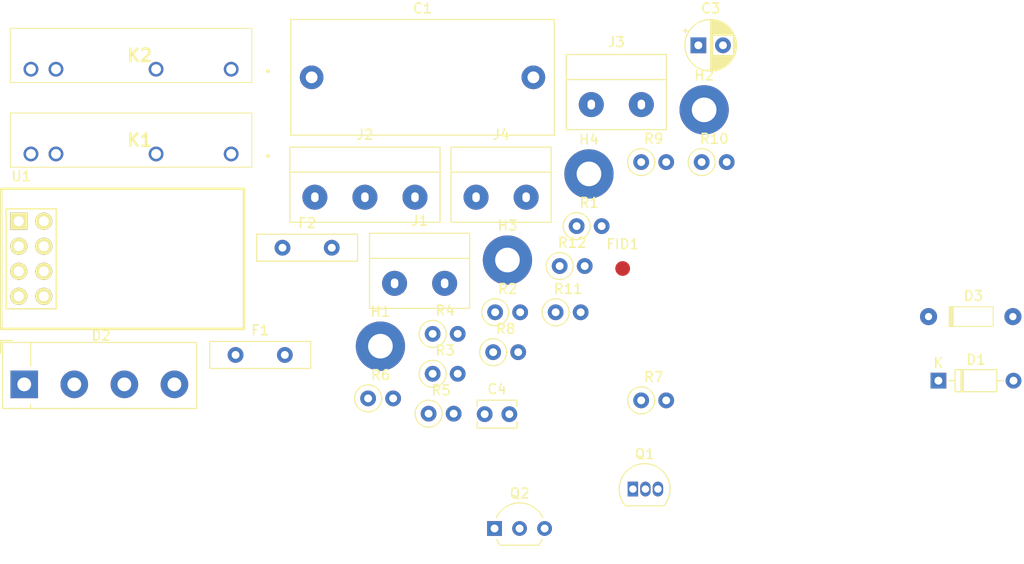
<source format=kicad_pcb>
(kicad_pcb (version 20171130) (host pcbnew 5.1.9-73d0e3b20d~88~ubuntu18.04.1)

  (general
    (thickness 1.6)
    (drawings 0)
    (tracks 0)
    (zones 0)
    (modules 34)
    (nets 25)
  )

  (page A4)
  (layers
    (0 F.Cu signal)
    (31 B.Cu signal)
    (32 B.Adhes user)
    (33 F.Adhes user)
    (34 B.Paste user)
    (35 F.Paste user)
    (36 B.SilkS user)
    (37 F.SilkS user)
    (38 B.Mask user)
    (39 F.Mask user)
    (40 Dwgs.User user)
    (41 Cmts.User user)
    (42 Eco1.User user)
    (43 Eco2.User user)
    (44 Edge.Cuts user)
    (45 Margin user)
    (46 B.CrtYd user)
    (47 F.CrtYd user)
    (48 B.Fab user)
    (49 F.Fab user)
  )

  (setup
    (last_trace_width 0.25)
    (trace_clearance 0.2)
    (zone_clearance 0.508)
    (zone_45_only no)
    (trace_min 0.2)
    (via_size 0.8)
    (via_drill 0.4)
    (via_min_size 0.4)
    (via_min_drill 0.3)
    (uvia_size 0.3)
    (uvia_drill 0.1)
    (uvias_allowed no)
    (uvia_min_size 0.2)
    (uvia_min_drill 0.1)
    (edge_width 0.05)
    (segment_width 0.2)
    (pcb_text_width 0.3)
    (pcb_text_size 1.5 1.5)
    (mod_edge_width 0.12)
    (mod_text_size 1 1)
    (mod_text_width 0.15)
    (pad_size 1.524 1.524)
    (pad_drill 0.762)
    (pad_to_mask_clearance 0)
    (aux_axis_origin 0 0)
    (visible_elements FFFFFF7F)
    (pcbplotparams
      (layerselection 0x010fc_ffffffff)
      (usegerberextensions false)
      (usegerberattributes true)
      (usegerberadvancedattributes true)
      (creategerberjobfile true)
      (excludeedgelayer true)
      (linewidth 0.100000)
      (plotframeref false)
      (viasonmask false)
      (mode 1)
      (useauxorigin false)
      (hpglpennumber 1)
      (hpglpenspeed 20)
      (hpglpendiameter 15.000000)
      (psnegative false)
      (psa4output false)
      (plotreference true)
      (plotvalue true)
      (plotinvisibletext false)
      (padsonsilk false)
      (subtractmaskfromsilk false)
      (outputformat 1)
      (mirror false)
      (drillshape 1)
      (scaleselection 1)
      (outputdirectory ""))
  )

  (net 0 "")
  (net 1 "Net-(C1-Pad2)")
  (net 2 "Net-(C1-Pad1)")
  (net 3 GND)
  (net 4 "Net-(C3-Pad1)")
  (net 5 +5V)
  (net 6 "Net-(D2-Pad2)")
  (net 7 "Net-(F1-Pad2)")
  (net 8 "Net-(F1-Pad1)")
  (net 9 "Net-(F2-Pad2)")
  (net 10 "Net-(F2-Pad1)")
  (net 11 "Net-(J1-Pad2)")
  (net 12 /Llave2)
  (net 13 /Llave1)
  (net 14 "Net-(J3-Pad1)")
  (net 15 "Net-(J4-Pad1)")
  (net 16 "Net-(K1-Pad3)")
  (net 17 "Net-(K2-Pad3)")
  (net 18 "Net-(Q1-Pad2)")
  (net 19 "Net-(Q2-Pad2)")
  (net 20 /Out1)
  (net 21 /Out2)
  (net 22 "Net-(D3-Pad1)")
  (net 23 "Net-(U1-Pad5)")
  (net 24 "Net-(U1-Pad3)")

  (net_class Default "This is the default net class."
    (clearance 0.2)
    (trace_width 0.25)
    (via_dia 0.8)
    (via_drill 0.4)
    (uvia_dia 0.3)
    (uvia_drill 0.1)
    (add_net +5V)
    (add_net /Llave1)
    (add_net /Llave2)
    (add_net /Out1)
    (add_net /Out2)
    (add_net GND)
    (add_net "Net-(C1-Pad1)")
    (add_net "Net-(C1-Pad2)")
    (add_net "Net-(C3-Pad1)")
    (add_net "Net-(D2-Pad2)")
    (add_net "Net-(D3-Pad1)")
    (add_net "Net-(F1-Pad1)")
    (add_net "Net-(F1-Pad2)")
    (add_net "Net-(F2-Pad1)")
    (add_net "Net-(F2-Pad2)")
    (add_net "Net-(J1-Pad2)")
    (add_net "Net-(J3-Pad1)")
    (add_net "Net-(J4-Pad1)")
    (add_net "Net-(K1-Pad3)")
    (add_net "Net-(K2-Pad3)")
    (add_net "Net-(Q1-Pad2)")
    (add_net "Net-(Q2-Pad2)")
    (add_net "Net-(U1-Pad3)")
    (add_net "Net-(U1-Pad5)")
  )

  (module ESP:ESP-01 (layer F.Cu) (tedit 6070A68D) (tstamp 6071AC2A)
    (at 122.68 60.324)
    (descr "Module, ESP-8266, ESP-01, 8 pin")
    (tags "Module ESP-8266 ESP8266")
    (path /604847F6)
    (fp_text reference U1 (at 0.254 -4.572) (layer F.SilkS)
      (effects (font (size 1 1) (thickness 0.15)))
    )
    (fp_text value ESP-01v090 (at 12.192 3.556) (layer F.Fab)
      (effects (font (size 1 1) (thickness 0.15)))
    )
    (fp_line (start 3.81 -1.27) (end 1.27 -1.27) (layer F.SilkS) (width 0.1524))
    (fp_line (start 3.81 8.89) (end 3.81 -1.27) (layer F.SilkS) (width 0.1524))
    (fp_line (start -1.27 8.89) (end 3.81 8.89) (layer F.SilkS) (width 0.1524))
    (fp_line (start -1.27 1.27) (end -1.27 8.89) (layer F.SilkS) (width 0.1524))
    (fp_line (start -1.75 9.4) (end 4.3 9.4) (layer F.CrtYd) (width 0.05))
    (fp_line (start -1.75 -1.75) (end 4.3 -1.75) (layer F.CrtYd) (width 0.05))
    (fp_line (start 4.3 -1.75) (end 4.3 9.4) (layer F.CrtYd) (width 0.05))
    (fp_line (start -1.75 -1.75) (end -1.75 9.4) (layer F.CrtYd) (width 0.05))
    (fp_line (start -1.27 -1.27) (end -1.27 1.27) (layer F.SilkS) (width 0.1524))
    (fp_line (start 1.27 -1.27) (end -1.27 -1.27) (layer F.SilkS) (width 0.1524))
    (fp_line (start -1.778 10.922) (end -1.778 -3.302) (layer F.Fab) (width 0.05))
    (fp_line (start 22.86 10.922) (end -1.778 10.922) (layer F.Fab) (width 0.05))
    (fp_line (start 22.86 -3.302) (end 22.86 10.922) (layer F.Fab) (width 0.05))
    (fp_line (start -1.778 -3.302) (end 22.86 -3.302) (layer F.Fab) (width 0.05))
    (fp_line (start -1.778 10.922) (end -1.778 -3.302) (layer F.SilkS) (width 0.254))
    (fp_line (start 22.86 10.922) (end -1.778 10.922) (layer F.SilkS) (width 0.254))
    (fp_line (start 22.86 -3.302) (end 22.86 10.922) (layer F.SilkS) (width 0.254))
    (fp_line (start -1.778 -3.302) (end 22.86 -3.302) (layer F.SilkS) (width 0.254))
    (pad 8 thru_hole oval (at 2.54 7.62) (size 1.7272 1.7272) (drill 1.016) (layers *.Cu *.Mask F.SilkS)
      (net 12 /Llave2))
    (pad 7 thru_hole oval (at 0 7.62) (size 1.7272 1.7272) (drill 1.016) (layers *.Cu *.Mask F.SilkS)
      (net 22 "Net-(D3-Pad1)"))
    (pad 6 thru_hole oval (at 2.54 5.08) (size 1.7272 1.7272) (drill 1.016) (layers *.Cu *.Mask F.SilkS)
      (net 13 /Llave1))
    (pad 5 thru_hole oval (at 0 5.08) (size 1.7272 1.7272) (drill 1.016) (layers *.Cu *.Mask F.SilkS)
      (net 23 "Net-(U1-Pad5)"))
    (pad 4 thru_hole oval (at 2.54 2.54) (size 1.7272 1.7272) (drill 1.016) (layers *.Cu *.Mask F.SilkS)
      (net 21 /Out2))
    (pad 3 thru_hole oval (at 0 2.54) (size 1.7272 1.7272) (drill 1.016) (layers *.Cu *.Mask F.SilkS)
      (net 24 "Net-(U1-Pad3)"))
    (pad 2 thru_hole oval (at 2.54 0) (size 1.7272 1.7272) (drill 1.016) (layers *.Cu *.Mask F.SilkS)
      (net 3 GND))
    (pad 1 thru_hole rect (at 0 0) (size 1.7272 1.7272) (drill 1.016) (layers *.Cu *.Mask F.SilkS)
      (net 20 /Out1))
    (model ${KISYS3DMOD}/Connector_PinSocket_2.54mm.3dshapes/PinSocket_2x04_P2.54mm_Vertical.wrl
      (offset (xyz 2.54 0 0))
      (scale (xyz 1 1 1))
      (rotate (xyz 0 0 0))
    )
  )

  (module Resistor_THT:R_Axial_DIN0207_L6.3mm_D2.5mm_P2.54mm_Vertical (layer F.Cu) (tedit 5AE5139B) (tstamp 6071AC0C)
    (at 177.57 64.87)
    (descr "Resistor, Axial_DIN0207 series, Axial, Vertical, pin pitch=2.54mm, 0.25W = 1/4W, length*diameter=6.3*2.5mm^2, http://cdn-reichelt.de/documents/datenblatt/B400/1_4W%23YAG.pdf")
    (tags "Resistor Axial_DIN0207 series Axial Vertical pin pitch 2.54mm 0.25W = 1/4W length 6.3mm diameter 2.5mm")
    (path /6067532A)
    (fp_text reference R12 (at 1.27 -2.37) (layer F.SilkS)
      (effects (font (size 1 1) (thickness 0.15)))
    )
    (fp_text value R10K (at 1.27 2.37) (layer F.Fab)
      (effects (font (size 1 1) (thickness 0.15)))
    )
    (fp_text user %R (at 1.27 -2.37) (layer F.Fab)
      (effects (font (size 1 1) (thickness 0.15)))
    )
    (fp_circle (center 0 0) (end 1.25 0) (layer F.Fab) (width 0.1))
    (fp_circle (center 0 0) (end 1.37 0) (layer F.SilkS) (width 0.12))
    (fp_line (start 0 0) (end 2.54 0) (layer F.Fab) (width 0.1))
    (fp_line (start 1.37 0) (end 1.44 0) (layer F.SilkS) (width 0.12))
    (fp_line (start -1.5 -1.5) (end -1.5 1.5) (layer F.CrtYd) (width 0.05))
    (fp_line (start -1.5 1.5) (end 3.59 1.5) (layer F.CrtYd) (width 0.05))
    (fp_line (start 3.59 1.5) (end 3.59 -1.5) (layer F.CrtYd) (width 0.05))
    (fp_line (start 3.59 -1.5) (end -1.5 -1.5) (layer F.CrtYd) (width 0.05))
    (pad 2 thru_hole oval (at 2.54 0) (size 1.6 1.6) (drill 0.8) (layers *.Cu *.Mask)
      (net 13 /Llave1))
    (pad 1 thru_hole circle (at 0 0) (size 1.6 1.6) (drill 0.8) (layers *.Cu *.Mask)
      (net 5 +5V))
    (model ${KISYS3DMOD}/Resistor_THT.3dshapes/R_Axial_DIN0207_L6.3mm_D2.5mm_P2.54mm_Vertical.wrl
      (at (xyz 0 0 0))
      (scale (xyz 1 1 1))
      (rotate (xyz 0 0 0))
    )
  )

  (module Resistor_THT:R_Axial_DIN0207_L6.3mm_D2.5mm_P2.54mm_Vertical (layer F.Cu) (tedit 5AE5139B) (tstamp 6071ABFD)
    (at 177.16 69.56)
    (descr "Resistor, Axial_DIN0207 series, Axial, Vertical, pin pitch=2.54mm, 0.25W = 1/4W, length*diameter=6.3*2.5mm^2, http://cdn-reichelt.de/documents/datenblatt/B400/1_4W%23YAG.pdf")
    (tags "Resistor Axial_DIN0207 series Axial Vertical pin pitch 2.54mm 0.25W = 1/4W length 6.3mm diameter 2.5mm")
    (path /60674B94)
    (fp_text reference R11 (at 1.27 -2.37) (layer F.SilkS)
      (effects (font (size 1 1) (thickness 0.15)))
    )
    (fp_text value R10K (at 1.27 2.37) (layer F.Fab)
      (effects (font (size 1 1) (thickness 0.15)))
    )
    (fp_text user %R (at 1.27 -2.37) (layer F.Fab)
      (effects (font (size 1 1) (thickness 0.15)))
    )
    (fp_circle (center 0 0) (end 1.25 0) (layer F.Fab) (width 0.1))
    (fp_circle (center 0 0) (end 1.37 0) (layer F.SilkS) (width 0.12))
    (fp_line (start 0 0) (end 2.54 0) (layer F.Fab) (width 0.1))
    (fp_line (start 1.37 0) (end 1.44 0) (layer F.SilkS) (width 0.12))
    (fp_line (start -1.5 -1.5) (end -1.5 1.5) (layer F.CrtYd) (width 0.05))
    (fp_line (start -1.5 1.5) (end 3.59 1.5) (layer F.CrtYd) (width 0.05))
    (fp_line (start 3.59 1.5) (end 3.59 -1.5) (layer F.CrtYd) (width 0.05))
    (fp_line (start 3.59 -1.5) (end -1.5 -1.5) (layer F.CrtYd) (width 0.05))
    (pad 2 thru_hole oval (at 2.54 0) (size 1.6 1.6) (drill 0.8) (layers *.Cu *.Mask)
      (net 12 /Llave2))
    (pad 1 thru_hole circle (at 0 0) (size 1.6 1.6) (drill 0.8) (layers *.Cu *.Mask)
      (net 5 +5V))
    (model ${KISYS3DMOD}/Resistor_THT.3dshapes/R_Axial_DIN0207_L6.3mm_D2.5mm_P2.54mm_Vertical.wrl
      (at (xyz 0 0 0))
      (scale (xyz 1 1 1))
      (rotate (xyz 0 0 0))
    )
  )

  (module Resistor_THT:R_Axial_DIN0207_L6.3mm_D2.5mm_P2.54mm_Vertical (layer F.Cu) (tedit 5AE5139B) (tstamp 6071ABEE)
    (at 191.98 54.32)
    (descr "Resistor, Axial_DIN0207 series, Axial, Vertical, pin pitch=2.54mm, 0.25W = 1/4W, length*diameter=6.3*2.5mm^2, http://cdn-reichelt.de/documents/datenblatt/B400/1_4W%23YAG.pdf")
    (tags "Resistor Axial_DIN0207 series Axial Vertical pin pitch 2.54mm 0.25W = 1/4W length 6.3mm diameter 2.5mm")
    (path /60485C0B)
    (fp_text reference R10 (at 1.27 -2.37) (layer F.SilkS)
      (effects (font (size 1 1) (thickness 0.15)))
    )
    (fp_text value R10K (at 1.27 2.37) (layer F.Fab)
      (effects (font (size 1 1) (thickness 0.15)))
    )
    (fp_text user %R (at 1.27 -2.37) (layer F.Fab)
      (effects (font (size 1 1) (thickness 0.15)))
    )
    (fp_circle (center 0 0) (end 1.25 0) (layer F.Fab) (width 0.1))
    (fp_circle (center 0 0) (end 1.37 0) (layer F.SilkS) (width 0.12))
    (fp_line (start 0 0) (end 2.54 0) (layer F.Fab) (width 0.1))
    (fp_line (start 1.37 0) (end 1.44 0) (layer F.SilkS) (width 0.12))
    (fp_line (start -1.5 -1.5) (end -1.5 1.5) (layer F.CrtYd) (width 0.05))
    (fp_line (start -1.5 1.5) (end 3.59 1.5) (layer F.CrtYd) (width 0.05))
    (fp_line (start 3.59 1.5) (end 3.59 -1.5) (layer F.CrtYd) (width 0.05))
    (fp_line (start 3.59 -1.5) (end -1.5 -1.5) (layer F.CrtYd) (width 0.05))
    (pad 2 thru_hole oval (at 2.54 0) (size 1.6 1.6) (drill 0.8) (layers *.Cu *.Mask)
      (net 5 +5V))
    (pad 1 thru_hole circle (at 0 0) (size 1.6 1.6) (drill 0.8) (layers *.Cu *.Mask)
      (net 22 "Net-(D3-Pad1)"))
    (model ${KISYS3DMOD}/Resistor_THT.3dshapes/R_Axial_DIN0207_L6.3mm_D2.5mm_P2.54mm_Vertical.wrl
      (at (xyz 0 0 0))
      (scale (xyz 1 1 1))
      (rotate (xyz 0 0 0))
    )
  )

  (module Resistor_THT:R_Axial_DIN0207_L6.3mm_D2.5mm_P2.54mm_Vertical (layer F.Cu) (tedit 5AE5139B) (tstamp 6071ABDF)
    (at 185.84 54.32)
    (descr "Resistor, Axial_DIN0207 series, Axial, Vertical, pin pitch=2.54mm, 0.25W = 1/4W, length*diameter=6.3*2.5mm^2, http://cdn-reichelt.de/documents/datenblatt/B400/1_4W%23YAG.pdf")
    (tags "Resistor Axial_DIN0207 series Axial Vertical pin pitch 2.54mm 0.25W = 1/4W length 6.3mm diameter 2.5mm")
    (path /6074D5FC)
    (fp_text reference R9 (at 1.27 -2.37) (layer F.SilkS)
      (effects (font (size 1 1) (thickness 0.15)))
    )
    (fp_text value R10K (at 1.27 2.37) (layer F.Fab)
      (effects (font (size 1 1) (thickness 0.15)))
    )
    (fp_text user %R (at 1.27 -2.37) (layer F.Fab)
      (effects (font (size 1 1) (thickness 0.15)))
    )
    (fp_circle (center 0 0) (end 1.25 0) (layer F.Fab) (width 0.1))
    (fp_circle (center 0 0) (end 1.37 0) (layer F.SilkS) (width 0.12))
    (fp_line (start 0 0) (end 2.54 0) (layer F.Fab) (width 0.1))
    (fp_line (start 1.37 0) (end 1.44 0) (layer F.SilkS) (width 0.12))
    (fp_line (start -1.5 -1.5) (end -1.5 1.5) (layer F.CrtYd) (width 0.05))
    (fp_line (start -1.5 1.5) (end 3.59 1.5) (layer F.CrtYd) (width 0.05))
    (fp_line (start 3.59 1.5) (end 3.59 -1.5) (layer F.CrtYd) (width 0.05))
    (fp_line (start 3.59 -1.5) (end -1.5 -1.5) (layer F.CrtYd) (width 0.05))
    (pad 2 thru_hole oval (at 2.54 0) (size 1.6 1.6) (drill 0.8) (layers *.Cu *.Mask)
      (net 5 +5V))
    (pad 1 thru_hole circle (at 0 0) (size 1.6 1.6) (drill 0.8) (layers *.Cu *.Mask)
      (net 19 "Net-(Q2-Pad2)"))
    (model ${KISYS3DMOD}/Resistor_THT.3dshapes/R_Axial_DIN0207_L6.3mm_D2.5mm_P2.54mm_Vertical.wrl
      (at (xyz 0 0 0))
      (scale (xyz 1 1 1))
      (rotate (xyz 0 0 0))
    )
  )

  (module Resistor_THT:R_Axial_DIN0207_L6.3mm_D2.5mm_P2.54mm_Vertical (layer F.Cu) (tedit 5AE5139B) (tstamp 6071ABD0)
    (at 170.82 73.61)
    (descr "Resistor, Axial_DIN0207 series, Axial, Vertical, pin pitch=2.54mm, 0.25W = 1/4W, length*diameter=6.3*2.5mm^2, http://cdn-reichelt.de/documents/datenblatt/B400/1_4W%23YAG.pdf")
    (tags "Resistor Axial_DIN0207 series Axial Vertical pin pitch 2.54mm 0.25W = 1/4W length 6.3mm diameter 2.5mm")
    (path /6074D5ED)
    (fp_text reference R8 (at 1.27 -2.37) (layer F.SilkS)
      (effects (font (size 1 1) (thickness 0.15)))
    )
    (fp_text value R10K (at 1.27 2.37) (layer F.Fab)
      (effects (font (size 1 1) (thickness 0.15)))
    )
    (fp_text user %R (at 1.27 -2.37) (layer F.Fab)
      (effects (font (size 1 1) (thickness 0.15)))
    )
    (fp_circle (center 0 0) (end 1.25 0) (layer F.Fab) (width 0.1))
    (fp_circle (center 0 0) (end 1.37 0) (layer F.SilkS) (width 0.12))
    (fp_line (start 0 0) (end 2.54 0) (layer F.Fab) (width 0.1))
    (fp_line (start 1.37 0) (end 1.44 0) (layer F.SilkS) (width 0.12))
    (fp_line (start -1.5 -1.5) (end -1.5 1.5) (layer F.CrtYd) (width 0.05))
    (fp_line (start -1.5 1.5) (end 3.59 1.5) (layer F.CrtYd) (width 0.05))
    (fp_line (start 3.59 1.5) (end 3.59 -1.5) (layer F.CrtYd) (width 0.05))
    (fp_line (start 3.59 -1.5) (end -1.5 -1.5) (layer F.CrtYd) (width 0.05))
    (pad 2 thru_hole oval (at 2.54 0) (size 1.6 1.6) (drill 0.8) (layers *.Cu *.Mask)
      (net 19 "Net-(Q2-Pad2)"))
    (pad 1 thru_hole circle (at 0 0) (size 1.6 1.6) (drill 0.8) (layers *.Cu *.Mask)
      (net 21 /Out2))
    (model ${KISYS3DMOD}/Resistor_THT.3dshapes/R_Axial_DIN0207_L6.3mm_D2.5mm_P2.54mm_Vertical.wrl
      (at (xyz 0 0 0))
      (scale (xyz 1 1 1))
      (rotate (xyz 0 0 0))
    )
  )

  (module Resistor_THT:R_Axial_DIN0207_L6.3mm_D2.5mm_P2.54mm_Vertical (layer F.Cu) (tedit 5AE5139B) (tstamp 6071ABC1)
    (at 185.84 78.5)
    (descr "Resistor, Axial_DIN0207 series, Axial, Vertical, pin pitch=2.54mm, 0.25W = 1/4W, length*diameter=6.3*2.5mm^2, http://cdn-reichelt.de/documents/datenblatt/B400/1_4W%23YAG.pdf")
    (tags "Resistor Axial_DIN0207 series Axial Vertical pin pitch 2.54mm 0.25W = 1/4W length 6.3mm diameter 2.5mm")
    (path /604A6200)
    (fp_text reference R7 (at 1.27 -2.37) (layer F.SilkS)
      (effects (font (size 1 1) (thickness 0.15)))
    )
    (fp_text value R10K (at 1.27 2.37) (layer F.Fab)
      (effects (font (size 1 1) (thickness 0.15)))
    )
    (fp_text user %R (at 1.27 -2.37) (layer F.Fab)
      (effects (font (size 1 1) (thickness 0.15)))
    )
    (fp_circle (center 0 0) (end 1.25 0) (layer F.Fab) (width 0.1))
    (fp_circle (center 0 0) (end 1.37 0) (layer F.SilkS) (width 0.12))
    (fp_line (start 0 0) (end 2.54 0) (layer F.Fab) (width 0.1))
    (fp_line (start 1.37 0) (end 1.44 0) (layer F.SilkS) (width 0.12))
    (fp_line (start -1.5 -1.5) (end -1.5 1.5) (layer F.CrtYd) (width 0.05))
    (fp_line (start -1.5 1.5) (end 3.59 1.5) (layer F.CrtYd) (width 0.05))
    (fp_line (start 3.59 1.5) (end 3.59 -1.5) (layer F.CrtYd) (width 0.05))
    (fp_line (start 3.59 -1.5) (end -1.5 -1.5) (layer F.CrtYd) (width 0.05))
    (pad 2 thru_hole oval (at 2.54 0) (size 1.6 1.6) (drill 0.8) (layers *.Cu *.Mask)
      (net 5 +5V))
    (pad 1 thru_hole circle (at 0 0) (size 1.6 1.6) (drill 0.8) (layers *.Cu *.Mask)
      (net 18 "Net-(Q1-Pad2)"))
    (model ${KISYS3DMOD}/Resistor_THT.3dshapes/R_Axial_DIN0207_L6.3mm_D2.5mm_P2.54mm_Vertical.wrl
      (at (xyz 0 0 0))
      (scale (xyz 1 1 1))
      (rotate (xyz 0 0 0))
    )
  )

  (module Resistor_THT:R_Axial_DIN0207_L6.3mm_D2.5mm_P2.54mm_Vertical (layer F.Cu) (tedit 5AE5139B) (tstamp 6071ABB2)
    (at 158.13 78.3)
    (descr "Resistor, Axial_DIN0207 series, Axial, Vertical, pin pitch=2.54mm, 0.25W = 1/4W, length*diameter=6.3*2.5mm^2, http://cdn-reichelt.de/documents/datenblatt/B400/1_4W%23YAG.pdf")
    (tags "Resistor Axial_DIN0207 series Axial Vertical pin pitch 2.54mm 0.25W = 1/4W length 6.3mm diameter 2.5mm")
    (path /604A4767)
    (fp_text reference R6 (at 1.27 -2.37) (layer F.SilkS)
      (effects (font (size 1 1) (thickness 0.15)))
    )
    (fp_text value R10K (at 1.27 2.37) (layer F.Fab)
      (effects (font (size 1 1) (thickness 0.15)))
    )
    (fp_text user %R (at 1.27 -2.37) (layer F.Fab)
      (effects (font (size 1 1) (thickness 0.15)))
    )
    (fp_circle (center 0 0) (end 1.25 0) (layer F.Fab) (width 0.1))
    (fp_circle (center 0 0) (end 1.37 0) (layer F.SilkS) (width 0.12))
    (fp_line (start 0 0) (end 2.54 0) (layer F.Fab) (width 0.1))
    (fp_line (start 1.37 0) (end 1.44 0) (layer F.SilkS) (width 0.12))
    (fp_line (start -1.5 -1.5) (end -1.5 1.5) (layer F.CrtYd) (width 0.05))
    (fp_line (start -1.5 1.5) (end 3.59 1.5) (layer F.CrtYd) (width 0.05))
    (fp_line (start 3.59 1.5) (end 3.59 -1.5) (layer F.CrtYd) (width 0.05))
    (fp_line (start 3.59 -1.5) (end -1.5 -1.5) (layer F.CrtYd) (width 0.05))
    (pad 2 thru_hole oval (at 2.54 0) (size 1.6 1.6) (drill 0.8) (layers *.Cu *.Mask)
      (net 18 "Net-(Q1-Pad2)"))
    (pad 1 thru_hole circle (at 0 0) (size 1.6 1.6) (drill 0.8) (layers *.Cu *.Mask)
      (net 20 /Out1))
    (model ${KISYS3DMOD}/Resistor_THT.3dshapes/R_Axial_DIN0207_L6.3mm_D2.5mm_P2.54mm_Vertical.wrl
      (at (xyz 0 0 0))
      (scale (xyz 1 1 1))
      (rotate (xyz 0 0 0))
    )
  )

  (module Resistor_THT:R_Axial_DIN0207_L6.3mm_D2.5mm_P2.54mm_Vertical (layer F.Cu) (tedit 5AE5139B) (tstamp 6071ABA3)
    (at 164.27 79.85)
    (descr "Resistor, Axial_DIN0207 series, Axial, Vertical, pin pitch=2.54mm, 0.25W = 1/4W, length*diameter=6.3*2.5mm^2, http://cdn-reichelt.de/documents/datenblatt/B400/1_4W%23YAG.pdf")
    (tags "Resistor Axial_DIN0207 series Axial Vertical pin pitch 2.54mm 0.25W = 1/4W length 6.3mm diameter 2.5mm")
    (path /6046EB99)
    (fp_text reference R5 (at 1.27 -2.37) (layer F.SilkS)
      (effects (font (size 1 1) (thickness 0.15)))
    )
    (fp_text value R100 (at 1.27 2.37) (layer F.Fab)
      (effects (font (size 1 1) (thickness 0.15)))
    )
    (fp_text user %R (at 1.27 -2.37) (layer F.Fab)
      (effects (font (size 1 1) (thickness 0.15)))
    )
    (fp_circle (center 0 0) (end 1.25 0) (layer F.Fab) (width 0.1))
    (fp_circle (center 0 0) (end 1.37 0) (layer F.SilkS) (width 0.12))
    (fp_line (start 0 0) (end 2.54 0) (layer F.Fab) (width 0.1))
    (fp_line (start 1.37 0) (end 1.44 0) (layer F.SilkS) (width 0.12))
    (fp_line (start -1.5 -1.5) (end -1.5 1.5) (layer F.CrtYd) (width 0.05))
    (fp_line (start -1.5 1.5) (end 3.59 1.5) (layer F.CrtYd) (width 0.05))
    (fp_line (start 3.59 1.5) (end 3.59 -1.5) (layer F.CrtYd) (width 0.05))
    (fp_line (start 3.59 -1.5) (end -1.5 -1.5) (layer F.CrtYd) (width 0.05))
    (pad 2 thru_hole oval (at 2.54 0) (size 1.6 1.6) (drill 0.8) (layers *.Cu *.Mask)
      (net 5 +5V))
    (pad 1 thru_hole circle (at 0 0) (size 1.6 1.6) (drill 0.8) (layers *.Cu *.Mask)
      (net 4 "Net-(C3-Pad1)"))
    (model ${KISYS3DMOD}/Resistor_THT.3dshapes/R_Axial_DIN0207_L6.3mm_D2.5mm_P2.54mm_Vertical.wrl
      (at (xyz 0 0 0))
      (scale (xyz 1 1 1))
      (rotate (xyz 0 0 0))
    )
  )

  (module Resistor_THT:R_Axial_DIN0207_L6.3mm_D2.5mm_P2.54mm_Vertical (layer F.Cu) (tedit 5AE5139B) (tstamp 6071AB94)
    (at 164.68 71.75)
    (descr "Resistor, Axial_DIN0207 series, Axial, Vertical, pin pitch=2.54mm, 0.25W = 1/4W, length*diameter=6.3*2.5mm^2, http://cdn-reichelt.de/documents/datenblatt/B400/1_4W%23YAG.pdf")
    (tags "Resistor Axial_DIN0207 series Axial Vertical pin pitch 2.54mm 0.25W = 1/4W length 6.3mm diameter 2.5mm")
    (path /6046DDF5)
    (fp_text reference R4 (at 1.27 -2.37) (layer F.SilkS)
      (effects (font (size 1 1) (thickness 0.15)))
    )
    (fp_text value R1M (at 1.27 2.37) (layer F.Fab)
      (effects (font (size 1 1) (thickness 0.15)))
    )
    (fp_text user %R (at 1.27 -2.37) (layer F.Fab)
      (effects (font (size 1 1) (thickness 0.15)))
    )
    (fp_circle (center 0 0) (end 1.25 0) (layer F.Fab) (width 0.1))
    (fp_circle (center 0 0) (end 1.37 0) (layer F.SilkS) (width 0.12))
    (fp_line (start 0 0) (end 2.54 0) (layer F.Fab) (width 0.1))
    (fp_line (start 1.37 0) (end 1.44 0) (layer F.SilkS) (width 0.12))
    (fp_line (start -1.5 -1.5) (end -1.5 1.5) (layer F.CrtYd) (width 0.05))
    (fp_line (start -1.5 1.5) (end 3.59 1.5) (layer F.CrtYd) (width 0.05))
    (fp_line (start 3.59 1.5) (end 3.59 -1.5) (layer F.CrtYd) (width 0.05))
    (fp_line (start 3.59 -1.5) (end -1.5 -1.5) (layer F.CrtYd) (width 0.05))
    (pad 2 thru_hole oval (at 2.54 0) (size 1.6 1.6) (drill 0.8) (layers *.Cu *.Mask)
      (net 4 "Net-(C3-Pad1)"))
    (pad 1 thru_hole circle (at 0 0) (size 1.6 1.6) (drill 0.8) (layers *.Cu *.Mask)
      (net 3 GND))
    (model ${KISYS3DMOD}/Resistor_THT.3dshapes/R_Axial_DIN0207_L6.3mm_D2.5mm_P2.54mm_Vertical.wrl
      (at (xyz 0 0 0))
      (scale (xyz 1 1 1))
      (rotate (xyz 0 0 0))
    )
  )

  (module Resistor_THT:R_Axial_DIN0207_L6.3mm_D2.5mm_P2.54mm_Vertical (layer F.Cu) (tedit 5AE5139B) (tstamp 6071AB85)
    (at 164.68 75.8)
    (descr "Resistor, Axial_DIN0207 series, Axial, Vertical, pin pitch=2.54mm, 0.25W = 1/4W, length*diameter=6.3*2.5mm^2, http://cdn-reichelt.de/documents/datenblatt/B400/1_4W%23YAG.pdf")
    (tags "Resistor Axial_DIN0207 series Axial Vertical pin pitch 2.54mm 0.25W = 1/4W length 6.3mm diameter 2.5mm")
    (path /604648AA)
    (fp_text reference R3 (at 1.27 -2.37) (layer F.SilkS)
      (effects (font (size 1 1) (thickness 0.15)))
    )
    (fp_text value R1M (at 1.27 2.37) (layer F.Fab)
      (effects (font (size 1 1) (thickness 0.15)))
    )
    (fp_text user %R (at 1.27 -2.37) (layer F.Fab)
      (effects (font (size 1 1) (thickness 0.15)))
    )
    (fp_circle (center 0 0) (end 1.25 0) (layer F.Fab) (width 0.1))
    (fp_circle (center 0 0) (end 1.37 0) (layer F.SilkS) (width 0.12))
    (fp_line (start 0 0) (end 2.54 0) (layer F.Fab) (width 0.1))
    (fp_line (start 1.37 0) (end 1.44 0) (layer F.SilkS) (width 0.12))
    (fp_line (start -1.5 -1.5) (end -1.5 1.5) (layer F.CrtYd) (width 0.05))
    (fp_line (start -1.5 1.5) (end 3.59 1.5) (layer F.CrtYd) (width 0.05))
    (fp_line (start 3.59 1.5) (end 3.59 -1.5) (layer F.CrtYd) (width 0.05))
    (fp_line (start 3.59 -1.5) (end -1.5 -1.5) (layer F.CrtYd) (width 0.05))
    (pad 2 thru_hole oval (at 2.54 0) (size 1.6 1.6) (drill 0.8) (layers *.Cu *.Mask)
      (net 1 "Net-(C1-Pad2)"))
    (pad 1 thru_hole circle (at 0 0) (size 1.6 1.6) (drill 0.8) (layers *.Cu *.Mask)
      (net 2 "Net-(C1-Pad1)"))
    (model ${KISYS3DMOD}/Resistor_THT.3dshapes/R_Axial_DIN0207_L6.3mm_D2.5mm_P2.54mm_Vertical.wrl
      (at (xyz 0 0 0))
      (scale (xyz 1 1 1))
      (rotate (xyz 0 0 0))
    )
  )

  (module Resistor_THT:R_Axial_DIN0207_L6.3mm_D2.5mm_P2.54mm_Vertical (layer F.Cu) (tedit 5AE5139B) (tstamp 6071AB76)
    (at 171.02 69.56)
    (descr "Resistor, Axial_DIN0207 series, Axial, Vertical, pin pitch=2.54mm, 0.25W = 1/4W, length*diameter=6.3*2.5mm^2, http://cdn-reichelt.de/documents/datenblatt/B400/1_4W%23YAG.pdf")
    (tags "Resistor Axial_DIN0207 series Axial Vertical pin pitch 2.54mm 0.25W = 1/4W length 6.3mm diameter 2.5mm")
    (path /60463D8A)
    (fp_text reference R2 (at 1.27 -2.37) (layer F.SilkS)
      (effects (font (size 1 1) (thickness 0.15)))
    )
    (fp_text value R100 (at 1.27 2.37) (layer F.Fab)
      (effects (font (size 1 1) (thickness 0.15)))
    )
    (fp_text user %R (at 1.27 -2.37) (layer F.Fab)
      (effects (font (size 1 1) (thickness 0.15)))
    )
    (fp_circle (center 0 0) (end 1.25 0) (layer F.Fab) (width 0.1))
    (fp_circle (center 0 0) (end 1.37 0) (layer F.SilkS) (width 0.12))
    (fp_line (start 0 0) (end 2.54 0) (layer F.Fab) (width 0.1))
    (fp_line (start 1.37 0) (end 1.44 0) (layer F.SilkS) (width 0.12))
    (fp_line (start -1.5 -1.5) (end -1.5 1.5) (layer F.CrtYd) (width 0.05))
    (fp_line (start -1.5 1.5) (end 3.59 1.5) (layer F.CrtYd) (width 0.05))
    (fp_line (start 3.59 1.5) (end 3.59 -1.5) (layer F.CrtYd) (width 0.05))
    (fp_line (start 3.59 -1.5) (end -1.5 -1.5) (layer F.CrtYd) (width 0.05))
    (pad 2 thru_hole oval (at 2.54 0) (size 1.6 1.6) (drill 0.8) (layers *.Cu *.Mask)
      (net 2 "Net-(C1-Pad1)"))
    (pad 1 thru_hole circle (at 0 0) (size 1.6 1.6) (drill 0.8) (layers *.Cu *.Mask)
      (net 11 "Net-(J1-Pad2)"))
    (model ${KISYS3DMOD}/Resistor_THT.3dshapes/R_Axial_DIN0207_L6.3mm_D2.5mm_P2.54mm_Vertical.wrl
      (at (xyz 0 0 0))
      (scale (xyz 1 1 1))
      (rotate (xyz 0 0 0))
    )
  )

  (module Resistor_THT:R_Axial_DIN0207_L6.3mm_D2.5mm_P2.54mm_Vertical (layer F.Cu) (tedit 5AE5139B) (tstamp 6071AB67)
    (at 179.29 60.82)
    (descr "Resistor, Axial_DIN0207 series, Axial, Vertical, pin pitch=2.54mm, 0.25W = 1/4W, length*diameter=6.3*2.5mm^2, http://cdn-reichelt.de/documents/datenblatt/B400/1_4W%23YAG.pdf")
    (tags "Resistor Axial_DIN0207 series Axial Vertical pin pitch 2.54mm 0.25W = 1/4W length 6.3mm diameter 2.5mm")
    (path /60462889)
    (fp_text reference R1 (at 1.27 -2.37) (layer F.SilkS)
      (effects (font (size 1 1) (thickness 0.15)))
    )
    (fp_text value R100 (at 1.27 2.37) (layer F.Fab)
      (effects (font (size 1 1) (thickness 0.15)))
    )
    (fp_text user %R (at 1.27 -2.37) (layer F.Fab)
      (effects (font (size 1 1) (thickness 0.15)))
    )
    (fp_circle (center 0 0) (end 1.25 0) (layer F.Fab) (width 0.1))
    (fp_circle (center 0 0) (end 1.37 0) (layer F.SilkS) (width 0.12))
    (fp_line (start 0 0) (end 2.54 0) (layer F.Fab) (width 0.1))
    (fp_line (start 1.37 0) (end 1.44 0) (layer F.SilkS) (width 0.12))
    (fp_line (start -1.5 -1.5) (end -1.5 1.5) (layer F.CrtYd) (width 0.05))
    (fp_line (start -1.5 1.5) (end 3.59 1.5) (layer F.CrtYd) (width 0.05))
    (fp_line (start 3.59 1.5) (end 3.59 -1.5) (layer F.CrtYd) (width 0.05))
    (fp_line (start 3.59 -1.5) (end -1.5 -1.5) (layer F.CrtYd) (width 0.05))
    (pad 2 thru_hole oval (at 2.54 0) (size 1.6 1.6) (drill 0.8) (layers *.Cu *.Mask)
      (net 2 "Net-(C1-Pad1)"))
    (pad 1 thru_hole circle (at 0 0) (size 1.6 1.6) (drill 0.8) (layers *.Cu *.Mask)
      (net 11 "Net-(J1-Pad2)"))
    (model ${KISYS3DMOD}/Resistor_THT.3dshapes/R_Axial_DIN0207_L6.3mm_D2.5mm_P2.54mm_Vertical.wrl
      (at (xyz 0 0 0))
      (scale (xyz 1 1 1))
      (rotate (xyz 0 0 0))
    )
  )

  (module Package_TO_SOT_THT:TO-92L_Inline_Wide (layer F.Cu) (tedit 5A11996A) (tstamp 6071AB58)
    (at 170.96 91.5)
    (descr "TO-92L leads in-line (large body variant of TO-92), also known as TO-226, wide, drill 0.75mm (see https://www.diodes.com/assets/Package-Files/TO92L.pdf and http://www.ti.com/lit/an/snoa059/snoa059.pdf)")
    (tags "TO-92L Inline Wide transistor")
    (path /6074D5C5)
    (fp_text reference Q2 (at 2.54 -3.56) (layer F.SilkS)
      (effects (font (size 1 1) (thickness 0.15)))
    )
    (fp_text value BC558 (at 2.54 2.79) (layer F.Fab)
      (effects (font (size 1 1) (thickness 0.15)))
    )
    (fp_arc (start 2.54 0) (end 4.45 1.7) (angle -15.88591585) (layer F.SilkS) (width 0.12))
    (fp_arc (start 2.54 0) (end 2.54 -2.48) (angle -130.2499344) (layer F.Fab) (width 0.1))
    (fp_arc (start 2.54 0) (end 2.54 -2.48) (angle 129.9527847) (layer F.Fab) (width 0.1))
    (fp_arc (start 2.54 0) (end 2.54 -2.6) (angle 65) (layer F.SilkS) (width 0.12))
    (fp_arc (start 2.54 0) (end 2.54 -2.6) (angle -65) (layer F.SilkS) (width 0.12))
    (fp_arc (start 2.54 0) (end 0.6 1.7) (angle 15.44288892) (layer F.SilkS) (width 0.12))
    (fp_text user %R (at 2.54 0) (layer F.Fab)
      (effects (font (size 1 1) (thickness 0.15)))
    )
    (fp_line (start 0.6 1.7) (end 4.45 1.7) (layer F.SilkS) (width 0.12))
    (fp_line (start 0.65 1.6) (end 4.4 1.6) (layer F.Fab) (width 0.1))
    (fp_line (start -1 -2.75) (end 6.1 -2.75) (layer F.CrtYd) (width 0.05))
    (fp_line (start -1 -2.75) (end -1 1.85) (layer F.CrtYd) (width 0.05))
    (fp_line (start 6.1 1.85) (end 6.1 -2.75) (layer F.CrtYd) (width 0.05))
    (fp_line (start 6.1 1.85) (end -1 1.85) (layer F.CrtYd) (width 0.05))
    (pad 1 thru_hole rect (at 0 0) (size 1.5 1.5) (drill 0.8) (layers *.Cu *.Mask)
      (net 17 "Net-(K2-Pad3)"))
    (pad 3 thru_hole circle (at 5.08 0) (size 1.5 1.5) (drill 0.8) (layers *.Cu *.Mask)
      (net 5 +5V))
    (pad 2 thru_hole circle (at 2.54 0) (size 1.5 1.5) (drill 0.8) (layers *.Cu *.Mask)
      (net 19 "Net-(Q2-Pad2)"))
    (model ${KISYS3DMOD}/Package_TO_SOT_THT.3dshapes/TO-92L_Inline_Wide.wrl
      (at (xyz 0 0 0))
      (scale (xyz 1 1 1))
      (rotate (xyz 0 0 0))
    )
  )

  (module Package_TO_SOT_THT:TO-92L_Inline (layer F.Cu) (tedit 5A279A44) (tstamp 6071AEDB)
    (at 185 87.5)
    (descr "TO-92L leads in-line (large body variant of TO-92), also known as TO-226, wide, drill 0.75mm (see https://www.diodes.com/assets/Package-Files/TO92L.pdf and http://www.ti.com/lit/an/snoa059/snoa059.pdf)")
    (tags "TO-92L Inline Wide transistor")
    (path /604A2A9B)
    (fp_text reference Q1 (at 1.19 -3.56) (layer F.SilkS)
      (effects (font (size 1 1) (thickness 0.15)))
    )
    (fp_text value BC558 (at 1.19 2.79) (layer F.Fab)
      (effects (font (size 1 1) (thickness 0.15)))
    )
    (fp_arc (start 1.19 0) (end 1.19 -2.48) (angle -130.2499344) (layer F.Fab) (width 0.1))
    (fp_arc (start 1.19 0) (end 1.19 -2.48) (angle 129.9527847) (layer F.Fab) (width 0.1))
    (fp_arc (start 1.19 0) (end -0.75 1.7) (angle 262.164354) (layer F.SilkS) (width 0.12))
    (fp_text user %R (at 1.19 0) (layer F.Fab)
      (effects (font (size 1 1) (thickness 0.15)))
    )
    (fp_line (start -0.75 1.7) (end 3.1 1.7) (layer F.SilkS) (width 0.12))
    (fp_line (start -0.7 1.6) (end 3.05 1.6) (layer F.Fab) (width 0.1))
    (fp_line (start -1.55 -2.75) (end 3.95 -2.75) (layer F.CrtYd) (width 0.05))
    (fp_line (start -1.55 -2.75) (end -1.55 1.85) (layer F.CrtYd) (width 0.05))
    (fp_line (start 3.95 1.85) (end 3.95 -2.75) (layer F.CrtYd) (width 0.05))
    (fp_line (start 3.95 1.85) (end -1.55 1.85) (layer F.CrtYd) (width 0.05))
    (pad 1 thru_hole rect (at 0 0) (size 1.05 1.5) (drill 0.75) (layers *.Cu *.Mask)
      (net 16 "Net-(K1-Pad3)"))
    (pad 3 thru_hole oval (at 2.54 0) (size 1.05 1.5) (drill 0.75) (layers *.Cu *.Mask)
      (net 5 +5V))
    (pad 2 thru_hole oval (at 1.27 0) (size 1.05 1.5) (drill 0.75) (layers *.Cu *.Mask)
      (net 18 "Net-(Q1-Pad2)"))
    (model ${KISYS3DMOD}/Package_TO_SOT_THT.3dshapes/TO-92L_Inline.wrl
      (at (xyz 0 0 0))
      (scale (xyz 1 1 1))
      (rotate (xyz 0 0 0))
    )
  )

  (module SSR:G3MB202PLDC5 (layer F.Cu) (tedit 0) (tstamp 6071AB33)
    (at 144.235 44.895)
    (descr G3MB-202PL-DC5)
    (tags "Relay or Contactor")
    (path /6074D5D3)
    (fp_text reference K2 (at -9.285 -1.4) (layer F.SilkS)
      (effects (font (size 1.27 1.27) (thickness 0.254)))
    )
    (fp_text value G3MB-202PL-DC5 (at -9.285 -1.4) (layer F.SilkS) hide
      (effects (font (size 1.27 1.27) (thickness 0.254)))
    )
    (fp_arc (start 3.74 0.2) (end 3.64 0.2) (angle -180) (layer F.SilkS) (width 0.2))
    (fp_arc (start 3.74 0.2) (end 3.84 0.2) (angle -180) (layer F.SilkS) (width 0.2))
    (fp_text user %R (at -9.285 -1.4) (layer F.Fab)
      (effects (font (size 1.27 1.27) (thickness 0.254)))
    )
    (fp_line (start -22.41 1.35) (end 2.09 1.35) (layer F.Fab) (width 0.2))
    (fp_line (start 2.09 1.35) (end 2.09 -4.15) (layer F.Fab) (width 0.2))
    (fp_line (start 2.09 -4.15) (end -22.41 -4.15) (layer F.Fab) (width 0.2))
    (fp_line (start -22.41 -4.15) (end -22.41 1.35) (layer F.Fab) (width 0.2))
    (fp_line (start -22.41 1.35) (end 2.09 1.35) (layer F.SilkS) (width 0.1))
    (fp_line (start 2.09 1.35) (end 2.09 -4.15) (layer F.SilkS) (width 0.1))
    (fp_line (start 2.09 -4.15) (end -22.41 -4.15) (layer F.SilkS) (width 0.1))
    (fp_line (start -22.41 -4.15) (end -22.41 1.35) (layer F.SilkS) (width 0.1))
    (fp_line (start -23.41 2.35) (end 4.84 2.35) (layer F.CrtYd) (width 0.1))
    (fp_line (start 4.84 2.35) (end 4.84 -5.15) (layer F.CrtYd) (width 0.1))
    (fp_line (start 4.84 -5.15) (end -23.41 -5.15) (layer F.CrtYd) (width 0.1))
    (fp_line (start -23.41 -5.15) (end -23.41 2.35) (layer F.CrtYd) (width 0.1))
    (fp_line (start 3.84 0.2) (end 3.84 0.2) (layer F.SilkS) (width 0.2))
    (fp_line (start 3.64 0.2) (end 3.64 0.2) (layer F.SilkS) (width 0.2))
    (pad 4 thru_hole circle (at -20.32 0) (size 1.5 1.5) (drill 1) (layers *.Cu *.Mask)
      (net 3 GND))
    (pad 3 thru_hole circle (at -17.78 0) (size 1.5 1.5) (drill 1) (layers *.Cu *.Mask)
      (net 17 "Net-(K2-Pad3)"))
    (pad 2 thru_hole circle (at -7.62 0) (size 1.5 1.5) (drill 1) (layers *.Cu *.Mask)
      (net 10 "Net-(F2-Pad1)"))
    (pad 1 thru_hole circle (at 0 0) (size 1.5 1.5) (drill 1) (layers *.Cu *.Mask)
      (net 15 "Net-(J4-Pad1)"))
    (model G3MB-202PL-DC5.stp
      (at (xyz 0 0 0))
      (scale (xyz 1 1 1))
      (rotate (xyz 0 0 0))
    )
  )

  (module SSR:G3MB202PLDC5 (layer F.Cu) (tedit 0) (tstamp 6071AB1A)
    (at 144.235 53.495)
    (descr G3MB-202PL-DC5)
    (tags "Relay or Contactor")
    (path /604AB43D)
    (fp_text reference K1 (at -9.285 -1.4) (layer F.SilkS)
      (effects (font (size 1.27 1.27) (thickness 0.254)))
    )
    (fp_text value G3MB-202PL-DC5 (at -9.285 -1.4) (layer F.SilkS) hide
      (effects (font (size 1.27 1.27) (thickness 0.254)))
    )
    (fp_arc (start 3.74 0.2) (end 3.64 0.2) (angle -180) (layer F.SilkS) (width 0.2))
    (fp_arc (start 3.74 0.2) (end 3.84 0.2) (angle -180) (layer F.SilkS) (width 0.2))
    (fp_text user %R (at -9.285 -1.4) (layer F.Fab)
      (effects (font (size 1.27 1.27) (thickness 0.254)))
    )
    (fp_line (start -22.41 1.35) (end 2.09 1.35) (layer F.Fab) (width 0.2))
    (fp_line (start 2.09 1.35) (end 2.09 -4.15) (layer F.Fab) (width 0.2))
    (fp_line (start 2.09 -4.15) (end -22.41 -4.15) (layer F.Fab) (width 0.2))
    (fp_line (start -22.41 -4.15) (end -22.41 1.35) (layer F.Fab) (width 0.2))
    (fp_line (start -22.41 1.35) (end 2.09 1.35) (layer F.SilkS) (width 0.1))
    (fp_line (start 2.09 1.35) (end 2.09 -4.15) (layer F.SilkS) (width 0.1))
    (fp_line (start 2.09 -4.15) (end -22.41 -4.15) (layer F.SilkS) (width 0.1))
    (fp_line (start -22.41 -4.15) (end -22.41 1.35) (layer F.SilkS) (width 0.1))
    (fp_line (start -23.41 2.35) (end 4.84 2.35) (layer F.CrtYd) (width 0.1))
    (fp_line (start 4.84 2.35) (end 4.84 -5.15) (layer F.CrtYd) (width 0.1))
    (fp_line (start 4.84 -5.15) (end -23.41 -5.15) (layer F.CrtYd) (width 0.1))
    (fp_line (start -23.41 -5.15) (end -23.41 2.35) (layer F.CrtYd) (width 0.1))
    (fp_line (start 3.84 0.2) (end 3.84 0.2) (layer F.SilkS) (width 0.2))
    (fp_line (start 3.64 0.2) (end 3.64 0.2) (layer F.SilkS) (width 0.2))
    (pad 4 thru_hole circle (at -20.32 0) (size 1.5 1.5) (drill 1) (layers *.Cu *.Mask)
      (net 3 GND))
    (pad 3 thru_hole circle (at -17.78 0) (size 1.5 1.5) (drill 1) (layers *.Cu *.Mask)
      (net 16 "Net-(K1-Pad3)"))
    (pad 2 thru_hole circle (at -7.62 0) (size 1.5 1.5) (drill 1) (layers *.Cu *.Mask)
      (net 8 "Net-(F1-Pad1)"))
    (pad 1 thru_hole circle (at 0 0) (size 1.5 1.5) (drill 1) (layers *.Cu *.Mask)
      (net 14 "Net-(J3-Pad1)"))
    (model G3MB-202PL-DC5.stp
      (at (xyz 0 0 0))
      (scale (xyz 1 1 1))
      (rotate (xyz 0 0 0))
    )
  )

  (module DriverCortina_Folino:bornera_1x2_con_tornillo_5.08mm (layer F.Cu) (tedit 6062741F) (tstamp 6071AB01)
    (at 169.085 57.885)
    (path /6074D5D9)
    (fp_text reference J4 (at 2.54 -6.35) (layer F.SilkS)
      (effects (font (size 1 1) (thickness 0.15)))
    )
    (fp_text value "Motor 2" (at 3.81 -3.81) (layer F.Fab)
      (effects (font (size 1 1) (thickness 0.15)))
    )
    (fp_line (start -2.54 2.54) (end -2.54 -5.08) (layer F.SilkS) (width 0.12))
    (fp_line (start -2.54 -5.08) (end 7.62 -5.08) (layer F.SilkS) (width 0.12))
    (fp_line (start 7.62 -5.08) (end 7.62 2.54) (layer F.SilkS) (width 0.12))
    (fp_line (start 7.62 2.54) (end -2.54 2.54) (layer F.SilkS) (width 0.12))
    (fp_line (start 7.62 -2.54) (end -2.54 -2.54) (layer F.SilkS) (width 0.12))
    (pad 2 thru_hole circle (at 5.08 0) (size 2.54 2.54) (drill oval 0.762 1) (layers *.Cu *.Mask)
      (net 9 "Net-(F2-Pad2)"))
    (pad 1 thru_hole circle (at 0 0) (size 2.54 2.54) (drill oval 0.762 1) (layers *.Cu *.Mask)
      (net 15 "Net-(J4-Pad1)"))
    (model /usr/share/kicad/modules/DriverCortina_Folino.pretty/bornera2_folino.wrl
      (offset (xyz -2.5 -2.5 0))
      (scale (xyz 0.3937 0.3937 0.3937))
      (rotate (xyz 0 0 0))
    )
  )

  (module DriverCortina_Folino:bornera_1x2_con_tornillo_5.08mm (layer F.Cu) (tedit 6062741F) (tstamp 6071AAF6)
    (at 180.775 48.485)
    (path /604B273C)
    (fp_text reference J3 (at 2.54 -6.35) (layer F.SilkS)
      (effects (font (size 1 1) (thickness 0.15)))
    )
    (fp_text value "Motor 1" (at 3.81 -3.81) (layer F.Fab)
      (effects (font (size 1 1) (thickness 0.15)))
    )
    (fp_line (start -2.54 2.54) (end -2.54 -5.08) (layer F.SilkS) (width 0.12))
    (fp_line (start -2.54 -5.08) (end 7.62 -5.08) (layer F.SilkS) (width 0.12))
    (fp_line (start 7.62 -5.08) (end 7.62 2.54) (layer F.SilkS) (width 0.12))
    (fp_line (start 7.62 2.54) (end -2.54 2.54) (layer F.SilkS) (width 0.12))
    (fp_line (start 7.62 -2.54) (end -2.54 -2.54) (layer F.SilkS) (width 0.12))
    (pad 2 thru_hole circle (at 5.08 0) (size 2.54 2.54) (drill oval 0.762 1) (layers *.Cu *.Mask)
      (net 7 "Net-(F1-Pad2)"))
    (pad 1 thru_hole circle (at 0 0) (size 2.54 2.54) (drill oval 0.762 1) (layers *.Cu *.Mask)
      (net 14 "Net-(J3-Pad1)"))
    (model /usr/share/kicad/modules/DriverCortina_Folino.pretty/bornera2_folino.wrl
      (offset (xyz -2.5 -2.5 0))
      (scale (xyz 0.3937 0.3937 0.3937))
      (rotate (xyz 0 0 0))
    )
  )

  (module DriverCortina_Folino:bornera_1x3_con_tornillo_5.08mm (layer F.Cu) (tedit 6062768D) (tstamp 6071AAEB)
    (at 152.725 57.885)
    (path /604DE637)
    (fp_text reference J2 (at 5.08 -6.35) (layer F.SilkS)
      (effects (font (size 1 1) (thickness 0.15)))
    )
    (fp_text value "Llave Inversora" (at 3.81 -3.81) (layer F.Fab)
      (effects (font (size 1 1) (thickness 0.15)))
    )
    (fp_line (start -2.54 2.54) (end -2.54 -5.08) (layer F.SilkS) (width 0.12))
    (fp_line (start -2.54 -5.08) (end 12.7 -5.08) (layer F.SilkS) (width 0.12))
    (fp_line (start 12.7 -5.08) (end 12.7 2.54) (layer F.SilkS) (width 0.12))
    (fp_line (start 12.7 2.54) (end -2.54 2.54) (layer F.SilkS) (width 0.12))
    (fp_line (start -2.54 -2.54) (end 12.7 -2.54) (layer F.SilkS) (width 0.12))
    (pad 3 thru_hole circle (at 10.16 0) (size 2.54 2.54) (drill oval 0.762 1) (layers *.Cu *.Mask)
      (net 3 GND))
    (pad 2 thru_hole circle (at 5.08 0) (size 2.54 2.54) (drill oval 0.762 1) (layers *.Cu *.Mask)
      (net 12 /Llave2))
    (pad 1 thru_hole circle (at 0 0) (size 2.54 2.54) (drill oval 0.762 1) (layers *.Cu *.Mask)
      (net 13 /Llave1))
    (model /usr/share/kicad/modules/DriverCortina_Folino.pretty/bornera3_folino.wrl
      (offset (xyz -2.5 -2.5 0))
      (scale (xyz 0.3937 0.3937 0.3937))
      (rotate (xyz 0 0 0))
    )
  )

  (module DriverCortina_Folino:bornera_1x2_con_tornillo_5.08mm (layer F.Cu) (tedit 6062741F) (tstamp 6071AADF)
    (at 160.815 66.625)
    (path /60477EAA)
    (fp_text reference J1 (at 2.54 -6.35) (layer F.SilkS)
      (effects (font (size 1 1) (thickness 0.15)))
    )
    (fp_text value "AC 220v" (at 3.81 -3.81) (layer F.Fab)
      (effects (font (size 1 1) (thickness 0.15)))
    )
    (fp_line (start -2.54 2.54) (end -2.54 -5.08) (layer F.SilkS) (width 0.12))
    (fp_line (start -2.54 -5.08) (end 7.62 -5.08) (layer F.SilkS) (width 0.12))
    (fp_line (start 7.62 -5.08) (end 7.62 2.54) (layer F.SilkS) (width 0.12))
    (fp_line (start 7.62 2.54) (end -2.54 2.54) (layer F.SilkS) (width 0.12))
    (fp_line (start 7.62 -2.54) (end -2.54 -2.54) (layer F.SilkS) (width 0.12))
    (pad 2 thru_hole circle (at 5.08 0) (size 2.54 2.54) (drill oval 0.762 1) (layers *.Cu *.Mask)
      (net 11 "Net-(J1-Pad2)"))
    (pad 1 thru_hole circle (at 0 0) (size 2.54 2.54) (drill oval 0.762 1) (layers *.Cu *.Mask)
      (net 6 "Net-(D2-Pad2)"))
    (model /usr/share/kicad/modules/DriverCortina_Folino.pretty/bornera2_folino.wrl
      (offset (xyz -2.5 -2.5 0))
      (scale (xyz 0.3937 0.3937 0.3937))
      (rotate (xyz 0 0 0))
    )
  )

  (module MountingHole:MountingHole_2.5mm_Pad (layer F.Cu) (tedit 56D1B4CB) (tstamp 6071AAD4)
    (at 180.54 55.52)
    (descr "Mounting Hole 2.5mm")
    (tags "mounting hole 2.5mm")
    (path /60712EDC)
    (attr virtual)
    (fp_text reference H4 (at 0 -3.5) (layer F.SilkS)
      (effects (font (size 1 1) (thickness 0.15)))
    )
    (fp_text value MountingHole (at 0 3.5) (layer F.Fab)
      (effects (font (size 1 1) (thickness 0.15)))
    )
    (fp_text user %R (at 0.3 0) (layer F.Fab)
      (effects (font (size 1 1) (thickness 0.15)))
    )
    (fp_circle (center 0 0) (end 2.5 0) (layer Cmts.User) (width 0.15))
    (fp_circle (center 0 0) (end 2.75 0) (layer F.CrtYd) (width 0.05))
    (pad 1 thru_hole circle (at 0 0) (size 5 5) (drill 2.5) (layers *.Cu *.Mask))
  )

  (module MountingHole:MountingHole_2.5mm_Pad (layer F.Cu) (tedit 56D1B4CB) (tstamp 6071AACC)
    (at 172.27 64.26)
    (descr "Mounting Hole 2.5mm")
    (tags "mounting hole 2.5mm")
    (path /60712315)
    (attr virtual)
    (fp_text reference H3 (at 0 -3.5) (layer F.SilkS)
      (effects (font (size 1 1) (thickness 0.15)))
    )
    (fp_text value MountingHole (at 0 3.5) (layer F.Fab)
      (effects (font (size 1 1) (thickness 0.15)))
    )
    (fp_text user %R (at 0.3 0) (layer F.Fab)
      (effects (font (size 1 1) (thickness 0.15)))
    )
    (fp_circle (center 0 0) (end 2.5 0) (layer Cmts.User) (width 0.15))
    (fp_circle (center 0 0) (end 2.75 0) (layer F.CrtYd) (width 0.05))
    (pad 1 thru_hole circle (at 0 0) (size 5 5) (drill 2.5) (layers *.Cu *.Mask))
  )

  (module MountingHole:MountingHole_2.5mm_Pad (layer F.Cu) (tedit 56D1B4CB) (tstamp 6071AAC4)
    (at 192.23 49.02)
    (descr "Mounting Hole 2.5mm")
    (tags "mounting hole 2.5mm")
    (path /60712970)
    (attr virtual)
    (fp_text reference H2 (at 0 -3.5) (layer F.SilkS)
      (effects (font (size 1 1) (thickness 0.15)))
    )
    (fp_text value MountingHole (at 0 3.5) (layer F.Fab)
      (effects (font (size 1 1) (thickness 0.15)))
    )
    (fp_text user %R (at 0.3 0) (layer F.Fab)
      (effects (font (size 1 1) (thickness 0.15)))
    )
    (fp_circle (center 0 0) (end 2.5 0) (layer Cmts.User) (width 0.15))
    (fp_circle (center 0 0) (end 2.75 0) (layer F.CrtYd) (width 0.05))
    (pad 1 thru_hole circle (at 0 0) (size 5 5) (drill 2.5) (layers *.Cu *.Mask))
  )

  (module MountingHole:MountingHole_2.5mm_Pad (layer F.Cu) (tedit 56D1B4CB) (tstamp 6071AABC)
    (at 159.38 73)
    (descr "Mounting Hole 2.5mm")
    (tags "mounting hole 2.5mm")
    (path /60711C1C)
    (attr virtual)
    (fp_text reference H1 (at 0 -3.5) (layer F.SilkS)
      (effects (font (size 1 1) (thickness 0.15)))
    )
    (fp_text value MountingHole (at 0 3.5) (layer F.Fab)
      (effects (font (size 1 1) (thickness 0.15)))
    )
    (fp_text user %R (at 0.3 0) (layer F.Fab)
      (effects (font (size 1 1) (thickness 0.15)))
    )
    (fp_circle (center 0 0) (end 2.5 0) (layer Cmts.User) (width 0.15))
    (fp_circle (center 0 0) (end 2.75 0) (layer F.CrtYd) (width 0.05))
    (pad 1 thru_hole circle (at 0 0) (size 5 5) (drill 2.5) (layers *.Cu *.Mask))
  )

  (module Fiducial:Fiducial_1.5mm_Mask3mm (layer F.Cu) (tedit 5C18CB26) (tstamp 6071AAB4)
    (at 183.96 65.12)
    (descr "Circular Fiducial, 1.5mm bare copper, 3mm soldermask opening")
    (tags fiducial)
    (path /6070F0F5)
    (attr smd)
    (fp_text reference FID1 (at 0 -2.4765) (layer F.SilkS)
      (effects (font (size 1 1) (thickness 0.15)))
    )
    (fp_text value Fiducial (at 0 2.6035) (layer F.Fab)
      (effects (font (size 1 1) (thickness 0.15)))
    )
    (fp_text user %R (at 0 0) (layer F.Fab)
      (effects (font (size 0.4 0.4) (thickness 0.06)))
    )
    (fp_circle (center 0 0) (end 1.5 0) (layer F.Fab) (width 0.1))
    (fp_circle (center 0 0) (end 1.75 0) (layer F.CrtYd) (width 0.05))
    (pad "" smd circle (at 0 0) (size 1.5 1.5) (layers F.Cu F.Mask)
      (solder_mask_margin 0.75) (clearance 0.75))
  )

  (module Capacitor_THT:C_Disc_D10.0mm_W2.5mm_P5.00mm (layer F.Cu) (tedit 5AE50EF0) (tstamp 6071AAAC)
    (at 149.44 63.01)
    (descr "C, Disc series, Radial, pin pitch=5.00mm, , diameter*width=10*2.5mm^2, Capacitor, http://cdn-reichelt.de/documents/datenblatt/B300/DS_KERKO_TC.pdf")
    (tags "C Disc series Radial pin pitch 5.00mm  diameter 10mm width 2.5mm Capacitor")
    (path /6074D5BF)
    (fp_text reference F2 (at 2.5 -2.5) (layer F.SilkS)
      (effects (font (size 1 1) (thickness 0.15)))
    )
    (fp_text value "RXEF 065" (at 2.5 2.5) (layer F.Fab)
      (effects (font (size 1 1) (thickness 0.15)))
    )
    (fp_text user %R (at 2.5 0) (layer F.Fab)
      (effects (font (size 1 1) (thickness 0.15)))
    )
    (fp_line (start -2.5 -1.25) (end -2.5 1.25) (layer F.Fab) (width 0.1))
    (fp_line (start -2.5 1.25) (end 7.5 1.25) (layer F.Fab) (width 0.1))
    (fp_line (start 7.5 1.25) (end 7.5 -1.25) (layer F.Fab) (width 0.1))
    (fp_line (start 7.5 -1.25) (end -2.5 -1.25) (layer F.Fab) (width 0.1))
    (fp_line (start -2.62 -1.37) (end 7.62 -1.37) (layer F.SilkS) (width 0.12))
    (fp_line (start -2.62 1.37) (end 7.62 1.37) (layer F.SilkS) (width 0.12))
    (fp_line (start -2.62 -1.37) (end -2.62 1.37) (layer F.SilkS) (width 0.12))
    (fp_line (start 7.62 -1.37) (end 7.62 1.37) (layer F.SilkS) (width 0.12))
    (fp_line (start -2.75 -1.5) (end -2.75 1.5) (layer F.CrtYd) (width 0.05))
    (fp_line (start -2.75 1.5) (end 7.75 1.5) (layer F.CrtYd) (width 0.05))
    (fp_line (start 7.75 1.5) (end 7.75 -1.5) (layer F.CrtYd) (width 0.05))
    (fp_line (start 7.75 -1.5) (end -2.75 -1.5) (layer F.CrtYd) (width 0.05))
    (pad 2 thru_hole circle (at 5 0) (size 1.6 1.6) (drill 0.8) (layers *.Cu *.Mask)
      (net 9 "Net-(F2-Pad2)"))
    (pad 1 thru_hole circle (at 0 0) (size 1.6 1.6) (drill 0.8) (layers *.Cu *.Mask)
      (net 10 "Net-(F2-Pad1)"))
    (model ${KISYS3DMOD}/Capacitor_THT.3dshapes/C_Disc_D10.0mm_W2.5mm_P5.00mm.wrl
      (at (xyz 0 0 0))
      (scale (xyz 1 1 1))
      (rotate (xyz 0 0 0))
    )
  )

  (module Capacitor_THT:C_Disc_D10.0mm_W2.5mm_P5.00mm (layer F.Cu) (tedit 5AE50EF0) (tstamp 6071AA99)
    (at 144.68 73.89)
    (descr "C, Disc series, Radial, pin pitch=5.00mm, , diameter*width=10*2.5mm^2, Capacitor, http://cdn-reichelt.de/documents/datenblatt/B300/DS_KERKO_TC.pdf")
    (tags "C Disc series Radial pin pitch 5.00mm  diameter 10mm width 2.5mm Capacitor")
    (path /6046859E)
    (fp_text reference F1 (at 2.5 -2.5) (layer F.SilkS)
      (effects (font (size 1 1) (thickness 0.15)))
    )
    (fp_text value "RXEF 065" (at 2.5 2.5) (layer F.Fab)
      (effects (font (size 1 1) (thickness 0.15)))
    )
    (fp_text user %R (at 2.5 0) (layer F.Fab)
      (effects (font (size 1 1) (thickness 0.15)))
    )
    (fp_line (start -2.5 -1.25) (end -2.5 1.25) (layer F.Fab) (width 0.1))
    (fp_line (start -2.5 1.25) (end 7.5 1.25) (layer F.Fab) (width 0.1))
    (fp_line (start 7.5 1.25) (end 7.5 -1.25) (layer F.Fab) (width 0.1))
    (fp_line (start 7.5 -1.25) (end -2.5 -1.25) (layer F.Fab) (width 0.1))
    (fp_line (start -2.62 -1.37) (end 7.62 -1.37) (layer F.SilkS) (width 0.12))
    (fp_line (start -2.62 1.37) (end 7.62 1.37) (layer F.SilkS) (width 0.12))
    (fp_line (start -2.62 -1.37) (end -2.62 1.37) (layer F.SilkS) (width 0.12))
    (fp_line (start 7.62 -1.37) (end 7.62 1.37) (layer F.SilkS) (width 0.12))
    (fp_line (start -2.75 -1.5) (end -2.75 1.5) (layer F.CrtYd) (width 0.05))
    (fp_line (start -2.75 1.5) (end 7.75 1.5) (layer F.CrtYd) (width 0.05))
    (fp_line (start 7.75 1.5) (end 7.75 -1.5) (layer F.CrtYd) (width 0.05))
    (fp_line (start 7.75 -1.5) (end -2.75 -1.5) (layer F.CrtYd) (width 0.05))
    (pad 2 thru_hole circle (at 5 0) (size 1.6 1.6) (drill 0.8) (layers *.Cu *.Mask)
      (net 7 "Net-(F1-Pad2)"))
    (pad 1 thru_hole circle (at 0 0) (size 1.6 1.6) (drill 0.8) (layers *.Cu *.Mask)
      (net 8 "Net-(F1-Pad1)"))
    (model ${KISYS3DMOD}/Capacitor_THT.3dshapes/C_Disc_D10.0mm_W2.5mm_P5.00mm.wrl
      (at (xyz 0 0 0))
      (scale (xyz 1 1 1))
      (rotate (xyz 0 0 0))
    )
  )

  (module digikey-footprints:DO-35 (layer F.Cu) (tedit 5AD0BAEE) (tstamp 6071AA86)
    (at 215 70)
    (path /6055D07A)
    (fp_text reference D3 (at 4.55 -2.1) (layer F.SilkS)
      (effects (font (size 1 1) (thickness 0.15)))
    )
    (fp_text value 3.3v (at 4.43 2.18) (layer F.Fab)
      (effects (font (size 1 1) (thickness 0.15)))
    )
    (fp_text user %R (at 4.2 0.025) (layer F.Fab)
      (effects (font (size 1 1) (thickness 0.15)))
    )
    (fp_line (start 2.1 -1) (end 6.56 -1) (layer F.SilkS) (width 0.1))
    (fp_line (start 6.56 -1) (end 6.56 1) (layer F.SilkS) (width 0.1))
    (fp_line (start 6.56 1) (end 2.1 1) (layer F.SilkS) (width 0.1))
    (fp_line (start 2.1 -1) (end 2.1 1) (layer F.SilkS) (width 0.1))
    (fp_line (start 9.675 1.3) (end 9.675 -1.3) (layer F.CrtYd) (width 0.05))
    (fp_line (start -1.125 1.3) (end 9.675 1.3) (layer F.CrtYd) (width 0.05))
    (fp_line (start -1.125 -1.3) (end -1.125 1.3) (layer F.CrtYd) (width 0.05))
    (fp_line (start -1.125 -1.3) (end 9.675 -1.3) (layer F.CrtYd) (width 0.05))
    (fp_line (start 2 -1) (end 2 1) (layer F.Fab) (width 0.1))
    (fp_line (start 6.56 1) (end 2 1) (layer F.Fab) (width 0.1))
    (fp_line (start 6.56 -1) (end 6.56 1) (layer F.Fab) (width 0.1))
    (fp_line (start 2 -1) (end 6.56 -1) (layer F.Fab) (width 0.1))
    (fp_line (start 2.2 -1) (end 2.2 1) (layer F.SilkS) (width 0.1))
    (fp_line (start 2.3 -1) (end 2.3 1) (layer F.SilkS) (width 0.1))
    (fp_line (start 2.4 -1) (end 2.4 1) (layer F.SilkS) (width 0.1))
    (fp_line (start 2.5 -1) (end 2.5 1) (layer F.SilkS) (width 0.1))
    (pad A thru_hole circle (at 8.56 0) (size 1.733 1.733) (drill 0.733) (layers *.Cu *.Mask))
    (pad K thru_hole circle (at 0 0) (size 1.733 1.733) (drill 0.733) (layers *.Cu *.Mask))
  )

  (module Diode_THT:Diode_Bridge_Vishay_KBL (layer F.Cu) (tedit 5A50D183) (tstamp 6071AA6F)
    (at 123.235 76.875)
    (descr "Vishay KBL rectifier package, 5.08mm pitch, see http://www.vishay.com/docs/88655/kbl005.pdf")
    (tags "Vishay KBL rectifier diode bridge")
    (path /6046A15E)
    (fp_text reference D2 (at 7.8 -4.95) (layer F.SilkS)
      (effects (font (size 1 1) (thickness 0.15)))
    )
    (fp_text value "Bridge KBL10" (at 7.75 3.55) (layer F.Fab)
      (effects (font (size 1 1) (thickness 0.15)))
    )
    (fp_text user %R (at 7.75 -2.75) (layer F.Fab)
      (effects (font (size 1 1) (thickness 0.15)))
    )
    (fp_line (start 0.65 2.05) (end 0.65 2.45) (layer F.SilkS) (width 0.12))
    (fp_line (start -2.4 -4.45) (end -1.2 -4.45) (layer F.SilkS) (width 0.12))
    (fp_line (start -2.4 -3.15) (end -2.4 -4.45) (layer F.SilkS) (width 0.12))
    (fp_line (start 0.65 -1.9) (end 0.65 -4.25) (layer F.SilkS) (width 0.12))
    (fp_line (start 0.65 -4.15) (end 0.65 2.35) (layer F.Fab) (width 0.12))
    (fp_line (start -2.2 -4.25) (end -2.2 2.45) (layer F.SilkS) (width 0.12))
    (fp_line (start 17.5 -4.25) (end -2.2 -4.25) (layer F.SilkS) (width 0.12))
    (fp_line (start 17.5 2.45) (end 17.5 -4.25) (layer F.SilkS) (width 0.12))
    (fp_line (start -2.2 2.45) (end 17.5 2.45) (layer F.SilkS) (width 0.12))
    (fp_line (start -2.1 -3.15) (end -2.1 2.35) (layer F.Fab) (width 0.1))
    (fp_line (start -1.2 -4.15) (end -2.1 -3.15) (layer F.Fab) (width 0.1))
    (fp_line (start 17.4 -4.15) (end -1.2 -4.15) (layer F.Fab) (width 0.1))
    (fp_line (start 17.4 2.35) (end 17.4 -4.15) (layer F.Fab) (width 0.12))
    (fp_line (start -2.1 2.35) (end 17.4 2.35) (layer F.Fab) (width 0.1))
    (fp_line (start -2.35 -4.4) (end 17.65 -4.4) (layer F.CrtYd) (width 0.05))
    (fp_line (start -2.35 -4.4) (end -2.35 2.6) (layer F.CrtYd) (width 0.05))
    (fp_line (start 17.65 2.6) (end 17.65 -4.4) (layer F.CrtYd) (width 0.05))
    (fp_line (start 17.65 2.6) (end -2.35 2.6) (layer F.CrtYd) (width 0.05))
    (pad 1 thru_hole rect (at 0 0) (size 2.8 2.8) (drill 1.4) (layers *.Cu *.Mask)
      (net 4 "Net-(C3-Pad1)"))
    (pad 2 thru_hole circle (at 5.08 0) (size 2.8 2.8) (drill 1.4) (layers *.Cu *.Mask)
      (net 6 "Net-(D2-Pad2)"))
    (pad 3 thru_hole circle (at 10.16 0) (size 2.8 2.8) (drill 1.4) (layers *.Cu *.Mask)
      (net 1 "Net-(C1-Pad2)"))
    (pad 4 thru_hole circle (at 15.24 0) (size 2.8 2.8) (drill 1.4) (layers *.Cu *.Mask)
      (net 3 GND))
    (model ${KISYS3DMOD}/Diode_THT.3dshapes/Diode_Bridge_Vishay_KBL.wrl
      (at (xyz 0 0 0))
      (scale (xyz 1 1 1))
      (rotate (xyz 0 0 0))
    )
  )

  (module Diode_THT:D_DO-35_SOD27_P7.62mm_Horizontal (layer F.Cu) (tedit 5AE50CD5) (tstamp 6071AA54)
    (at 216 76.5)
    (descr "Diode, DO-35_SOD27 series, Axial, Horizontal, pin pitch=7.62mm, , length*diameter=4*2mm^2, , http://www.diodes.com/_files/packages/DO-35.pdf")
    (tags "Diode DO-35_SOD27 series Axial Horizontal pin pitch 7.62mm  length 4mm diameter 2mm")
    (path /604663B7)
    (fp_text reference D1 (at 3.81 -2.12) (layer F.SilkS)
      (effects (font (size 1 1) (thickness 0.15)))
    )
    (fp_text value 5.1v (at 3.81 2.12) (layer F.Fab)
      (effects (font (size 1 1) (thickness 0.15)))
    )
    (fp_text user K (at 0 -1.8) (layer F.SilkS)
      (effects (font (size 1 1) (thickness 0.15)))
    )
    (fp_text user K (at 0 -1.8) (layer F.Fab)
      (effects (font (size 1 1) (thickness 0.15)))
    )
    (fp_text user %R (at 4.11 0) (layer F.Fab)
      (effects (font (size 0.8 0.8) (thickness 0.12)))
    )
    (fp_line (start 1.81 -1) (end 1.81 1) (layer F.Fab) (width 0.1))
    (fp_line (start 1.81 1) (end 5.81 1) (layer F.Fab) (width 0.1))
    (fp_line (start 5.81 1) (end 5.81 -1) (layer F.Fab) (width 0.1))
    (fp_line (start 5.81 -1) (end 1.81 -1) (layer F.Fab) (width 0.1))
    (fp_line (start 0 0) (end 1.81 0) (layer F.Fab) (width 0.1))
    (fp_line (start 7.62 0) (end 5.81 0) (layer F.Fab) (width 0.1))
    (fp_line (start 2.41 -1) (end 2.41 1) (layer F.Fab) (width 0.1))
    (fp_line (start 2.51 -1) (end 2.51 1) (layer F.Fab) (width 0.1))
    (fp_line (start 2.31 -1) (end 2.31 1) (layer F.Fab) (width 0.1))
    (fp_line (start 1.69 -1.12) (end 1.69 1.12) (layer F.SilkS) (width 0.12))
    (fp_line (start 1.69 1.12) (end 5.93 1.12) (layer F.SilkS) (width 0.12))
    (fp_line (start 5.93 1.12) (end 5.93 -1.12) (layer F.SilkS) (width 0.12))
    (fp_line (start 5.93 -1.12) (end 1.69 -1.12) (layer F.SilkS) (width 0.12))
    (fp_line (start 1.04 0) (end 1.69 0) (layer F.SilkS) (width 0.12))
    (fp_line (start 6.58 0) (end 5.93 0) (layer F.SilkS) (width 0.12))
    (fp_line (start 2.41 -1.12) (end 2.41 1.12) (layer F.SilkS) (width 0.12))
    (fp_line (start 2.53 -1.12) (end 2.53 1.12) (layer F.SilkS) (width 0.12))
    (fp_line (start 2.29 -1.12) (end 2.29 1.12) (layer F.SilkS) (width 0.12))
    (fp_line (start -1.05 -1.25) (end -1.05 1.25) (layer F.CrtYd) (width 0.05))
    (fp_line (start -1.05 1.25) (end 8.67 1.25) (layer F.CrtYd) (width 0.05))
    (fp_line (start 8.67 1.25) (end 8.67 -1.25) (layer F.CrtYd) (width 0.05))
    (fp_line (start 8.67 -1.25) (end -1.05 -1.25) (layer F.CrtYd) (width 0.05))
    (pad 2 thru_hole oval (at 7.62 0) (size 1.6 1.6) (drill 0.8) (layers *.Cu *.Mask)
      (net 3 GND))
    (pad 1 thru_hole rect (at 0 0) (size 1.6 1.6) (drill 0.8) (layers *.Cu *.Mask)
      (net 5 +5V))
    (model ${KISYS3DMOD}/Diode_THT.3dshapes/D_DO-35_SOD27_P7.62mm_Horizontal.wrl
      (at (xyz 0 0 0))
      (scale (xyz 1 1 1))
      (rotate (xyz 0 0 0))
    )
  )

  (module Capacitor_THT:C_Disc_D3.8mm_W2.6mm_P2.50mm (layer F.Cu) (tedit 5AE50EF0) (tstamp 6071AA35)
    (at 169.96 79.9)
    (descr "C, Disc series, Radial, pin pitch=2.50mm, , diameter*width=3.8*2.6mm^2, Capacitor, http://www.vishay.com/docs/45233/krseries.pdf")
    (tags "C Disc series Radial pin pitch 2.50mm  diameter 3.8mm width 2.6mm Capacitor")
    (path /6046FF14)
    (fp_text reference C4 (at 1.25 -2.55) (layer F.SilkS)
      (effects (font (size 1 1) (thickness 0.15)))
    )
    (fp_text value C100nF (at 1.25 2.55) (layer F.Fab)
      (effects (font (size 1 1) (thickness 0.15)))
    )
    (fp_text user %R (at 1.25 0) (layer F.Fab)
      (effects (font (size 0.76 0.76) (thickness 0.114)))
    )
    (fp_line (start -0.65 -1.3) (end -0.65 1.3) (layer F.Fab) (width 0.1))
    (fp_line (start -0.65 1.3) (end 3.15 1.3) (layer F.Fab) (width 0.1))
    (fp_line (start 3.15 1.3) (end 3.15 -1.3) (layer F.Fab) (width 0.1))
    (fp_line (start 3.15 -1.3) (end -0.65 -1.3) (layer F.Fab) (width 0.1))
    (fp_line (start -0.77 -1.42) (end 3.27 -1.42) (layer F.SilkS) (width 0.12))
    (fp_line (start -0.77 1.42) (end 3.27 1.42) (layer F.SilkS) (width 0.12))
    (fp_line (start -0.77 -1.42) (end -0.77 -0.795) (layer F.SilkS) (width 0.12))
    (fp_line (start -0.77 0.795) (end -0.77 1.42) (layer F.SilkS) (width 0.12))
    (fp_line (start 3.27 -1.42) (end 3.27 -0.795) (layer F.SilkS) (width 0.12))
    (fp_line (start 3.27 0.795) (end 3.27 1.42) (layer F.SilkS) (width 0.12))
    (fp_line (start -1.05 -1.55) (end -1.05 1.55) (layer F.CrtYd) (width 0.05))
    (fp_line (start -1.05 1.55) (end 3.55 1.55) (layer F.CrtYd) (width 0.05))
    (fp_line (start 3.55 1.55) (end 3.55 -1.55) (layer F.CrtYd) (width 0.05))
    (fp_line (start 3.55 -1.55) (end -1.05 -1.55) (layer F.CrtYd) (width 0.05))
    (pad 2 thru_hole circle (at 2.5 0) (size 1.6 1.6) (drill 0.8) (layers *.Cu *.Mask)
      (net 3 GND))
    (pad 1 thru_hole circle (at 0 0) (size 1.6 1.6) (drill 0.8) (layers *.Cu *.Mask)
      (net 5 +5V))
    (model ${KISYS3DMOD}/Capacitor_THT.3dshapes/C_Disc_D3.8mm_W2.6mm_P2.50mm.wrl
      (at (xyz 0 0 0))
      (scale (xyz 1 1 1))
      (rotate (xyz 0 0 0))
    )
  )

  (module Capacitor_THT:CP_Radial_D5.0mm_P2.50mm (layer F.Cu) (tedit 5AE50EF0) (tstamp 6071AA20)
    (at 191.639775 42.47)
    (descr "CP, Radial series, Radial, pin pitch=2.50mm, , diameter=5mm, Electrolytic Capacitor")
    (tags "CP Radial series Radial pin pitch 2.50mm  diameter 5mm Electrolytic Capacitor")
    (path /60467340)
    (fp_text reference C3 (at 1.25 -3.75) (layer F.SilkS)
      (effects (font (size 1 1) (thickness 0.15)))
    )
    (fp_text value C100uF (at 1.25 3.75) (layer F.Fab)
      (effects (font (size 1 1) (thickness 0.15)))
    )
    (fp_text user %R (at 1.25 0) (layer F.Fab)
      (effects (font (size 1 1) (thickness 0.15)))
    )
    (fp_circle (center 1.25 0) (end 3.75 0) (layer F.Fab) (width 0.1))
    (fp_circle (center 1.25 0) (end 3.87 0) (layer F.SilkS) (width 0.12))
    (fp_circle (center 1.25 0) (end 4 0) (layer F.CrtYd) (width 0.05))
    (fp_line (start -0.883605 -1.0875) (end -0.383605 -1.0875) (layer F.Fab) (width 0.1))
    (fp_line (start -0.633605 -1.3375) (end -0.633605 -0.8375) (layer F.Fab) (width 0.1))
    (fp_line (start 1.25 -2.58) (end 1.25 2.58) (layer F.SilkS) (width 0.12))
    (fp_line (start 1.29 -2.58) (end 1.29 2.58) (layer F.SilkS) (width 0.12))
    (fp_line (start 1.33 -2.579) (end 1.33 2.579) (layer F.SilkS) (width 0.12))
    (fp_line (start 1.37 -2.578) (end 1.37 2.578) (layer F.SilkS) (width 0.12))
    (fp_line (start 1.41 -2.576) (end 1.41 2.576) (layer F.SilkS) (width 0.12))
    (fp_line (start 1.45 -2.573) (end 1.45 2.573) (layer F.SilkS) (width 0.12))
    (fp_line (start 1.49 -2.569) (end 1.49 -1.04) (layer F.SilkS) (width 0.12))
    (fp_line (start 1.49 1.04) (end 1.49 2.569) (layer F.SilkS) (width 0.12))
    (fp_line (start 1.53 -2.565) (end 1.53 -1.04) (layer F.SilkS) (width 0.12))
    (fp_line (start 1.53 1.04) (end 1.53 2.565) (layer F.SilkS) (width 0.12))
    (fp_line (start 1.57 -2.561) (end 1.57 -1.04) (layer F.SilkS) (width 0.12))
    (fp_line (start 1.57 1.04) (end 1.57 2.561) (layer F.SilkS) (width 0.12))
    (fp_line (start 1.61 -2.556) (end 1.61 -1.04) (layer F.SilkS) (width 0.12))
    (fp_line (start 1.61 1.04) (end 1.61 2.556) (layer F.SilkS) (width 0.12))
    (fp_line (start 1.65 -2.55) (end 1.65 -1.04) (layer F.SilkS) (width 0.12))
    (fp_line (start 1.65 1.04) (end 1.65 2.55) (layer F.SilkS) (width 0.12))
    (fp_line (start 1.69 -2.543) (end 1.69 -1.04) (layer F.SilkS) (width 0.12))
    (fp_line (start 1.69 1.04) (end 1.69 2.543) (layer F.SilkS) (width 0.12))
    (fp_line (start 1.73 -2.536) (end 1.73 -1.04) (layer F.SilkS) (width 0.12))
    (fp_line (start 1.73 1.04) (end 1.73 2.536) (layer F.SilkS) (width 0.12))
    (fp_line (start 1.77 -2.528) (end 1.77 -1.04) (layer F.SilkS) (width 0.12))
    (fp_line (start 1.77 1.04) (end 1.77 2.528) (layer F.SilkS) (width 0.12))
    (fp_line (start 1.81 -2.52) (end 1.81 -1.04) (layer F.SilkS) (width 0.12))
    (fp_line (start 1.81 1.04) (end 1.81 2.52) (layer F.SilkS) (width 0.12))
    (fp_line (start 1.85 -2.511) (end 1.85 -1.04) (layer F.SilkS) (width 0.12))
    (fp_line (start 1.85 1.04) (end 1.85 2.511) (layer F.SilkS) (width 0.12))
    (fp_line (start 1.89 -2.501) (end 1.89 -1.04) (layer F.SilkS) (width 0.12))
    (fp_line (start 1.89 1.04) (end 1.89 2.501) (layer F.SilkS) (width 0.12))
    (fp_line (start 1.93 -2.491) (end 1.93 -1.04) (layer F.SilkS) (width 0.12))
    (fp_line (start 1.93 1.04) (end 1.93 2.491) (layer F.SilkS) (width 0.12))
    (fp_line (start 1.971 -2.48) (end 1.971 -1.04) (layer F.SilkS) (width 0.12))
    (fp_line (start 1.971 1.04) (end 1.971 2.48) (layer F.SilkS) (width 0.12))
    (fp_line (start 2.011 -2.468) (end 2.011 -1.04) (layer F.SilkS) (width 0.12))
    (fp_line (start 2.011 1.04) (end 2.011 2.468) (layer F.SilkS) (width 0.12))
    (fp_line (start 2.051 -2.455) (end 2.051 -1.04) (layer F.SilkS) (width 0.12))
    (fp_line (start 2.051 1.04) (end 2.051 2.455) (layer F.SilkS) (width 0.12))
    (fp_line (start 2.091 -2.442) (end 2.091 -1.04) (layer F.SilkS) (width 0.12))
    (fp_line (start 2.091 1.04) (end 2.091 2.442) (layer F.SilkS) (width 0.12))
    (fp_line (start 2.131 -2.428) (end 2.131 -1.04) (layer F.SilkS) (width 0.12))
    (fp_line (start 2.131 1.04) (end 2.131 2.428) (layer F.SilkS) (width 0.12))
    (fp_line (start 2.171 -2.414) (end 2.171 -1.04) (layer F.SilkS) (width 0.12))
    (fp_line (start 2.171 1.04) (end 2.171 2.414) (layer F.SilkS) (width 0.12))
    (fp_line (start 2.211 -2.398) (end 2.211 -1.04) (layer F.SilkS) (width 0.12))
    (fp_line (start 2.211 1.04) (end 2.211 2.398) (layer F.SilkS) (width 0.12))
    (fp_line (start 2.251 -2.382) (end 2.251 -1.04) (layer F.SilkS) (width 0.12))
    (fp_line (start 2.251 1.04) (end 2.251 2.382) (layer F.SilkS) (width 0.12))
    (fp_line (start 2.291 -2.365) (end 2.291 -1.04) (layer F.SilkS) (width 0.12))
    (fp_line (start 2.291 1.04) (end 2.291 2.365) (layer F.SilkS) (width 0.12))
    (fp_line (start 2.331 -2.348) (end 2.331 -1.04) (layer F.SilkS) (width 0.12))
    (fp_line (start 2.331 1.04) (end 2.331 2.348) (layer F.SilkS) (width 0.12))
    (fp_line (start 2.371 -2.329) (end 2.371 -1.04) (layer F.SilkS) (width 0.12))
    (fp_line (start 2.371 1.04) (end 2.371 2.329) (layer F.SilkS) (width 0.12))
    (fp_line (start 2.411 -2.31) (end 2.411 -1.04) (layer F.SilkS) (width 0.12))
    (fp_line (start 2.411 1.04) (end 2.411 2.31) (layer F.SilkS) (width 0.12))
    (fp_line (start 2.451 -2.29) (end 2.451 -1.04) (layer F.SilkS) (width 0.12))
    (fp_line (start 2.451 1.04) (end 2.451 2.29) (layer F.SilkS) (width 0.12))
    (fp_line (start 2.491 -2.268) (end 2.491 -1.04) (layer F.SilkS) (width 0.12))
    (fp_line (start 2.491 1.04) (end 2.491 2.268) (layer F.SilkS) (width 0.12))
    (fp_line (start 2.531 -2.247) (end 2.531 -1.04) (layer F.SilkS) (width 0.12))
    (fp_line (start 2.531 1.04) (end 2.531 2.247) (layer F.SilkS) (width 0.12))
    (fp_line (start 2.571 -2.224) (end 2.571 -1.04) (layer F.SilkS) (width 0.12))
    (fp_line (start 2.571 1.04) (end 2.571 2.224) (layer F.SilkS) (width 0.12))
    (fp_line (start 2.611 -2.2) (end 2.611 -1.04) (layer F.SilkS) (width 0.12))
    (fp_line (start 2.611 1.04) (end 2.611 2.2) (layer F.SilkS) (width 0.12))
    (fp_line (start 2.651 -2.175) (end 2.651 -1.04) (layer F.SilkS) (width 0.12))
    (fp_line (start 2.651 1.04) (end 2.651 2.175) (layer F.SilkS) (width 0.12))
    (fp_line (start 2.691 -2.149) (end 2.691 -1.04) (layer F.SilkS) (width 0.12))
    (fp_line (start 2.691 1.04) (end 2.691 2.149) (layer F.SilkS) (width 0.12))
    (fp_line (start 2.731 -2.122) (end 2.731 -1.04) (layer F.SilkS) (width 0.12))
    (fp_line (start 2.731 1.04) (end 2.731 2.122) (layer F.SilkS) (width 0.12))
    (fp_line (start 2.771 -2.095) (end 2.771 -1.04) (layer F.SilkS) (width 0.12))
    (fp_line (start 2.771 1.04) (end 2.771 2.095) (layer F.SilkS) (width 0.12))
    (fp_line (start 2.811 -2.065) (end 2.811 -1.04) (layer F.SilkS) (width 0.12))
    (fp_line (start 2.811 1.04) (end 2.811 2.065) (layer F.SilkS) (width 0.12))
    (fp_line (start 2.851 -2.035) (end 2.851 -1.04) (layer F.SilkS) (width 0.12))
    (fp_line (start 2.851 1.04) (end 2.851 2.035) (layer F.SilkS) (width 0.12))
    (fp_line (start 2.891 -2.004) (end 2.891 -1.04) (layer F.SilkS) (width 0.12))
    (fp_line (start 2.891 1.04) (end 2.891 2.004) (layer F.SilkS) (width 0.12))
    (fp_line (start 2.931 -1.971) (end 2.931 -1.04) (layer F.SilkS) (width 0.12))
    (fp_line (start 2.931 1.04) (end 2.931 1.971) (layer F.SilkS) (width 0.12))
    (fp_line (start 2.971 -1.937) (end 2.971 -1.04) (layer F.SilkS) (width 0.12))
    (fp_line (start 2.971 1.04) (end 2.971 1.937) (layer F.SilkS) (width 0.12))
    (fp_line (start 3.011 -1.901) (end 3.011 -1.04) (layer F.SilkS) (width 0.12))
    (fp_line (start 3.011 1.04) (end 3.011 1.901) (layer F.SilkS) (width 0.12))
    (fp_line (start 3.051 -1.864) (end 3.051 -1.04) (layer F.SilkS) (width 0.12))
    (fp_line (start 3.051 1.04) (end 3.051 1.864) (layer F.SilkS) (width 0.12))
    (fp_line (start 3.091 -1.826) (end 3.091 -1.04) (layer F.SilkS) (width 0.12))
    (fp_line (start 3.091 1.04) (end 3.091 1.826) (layer F.SilkS) (width 0.12))
    (fp_line (start 3.131 -1.785) (end 3.131 -1.04) (layer F.SilkS) (width 0.12))
    (fp_line (start 3.131 1.04) (end 3.131 1.785) (layer F.SilkS) (width 0.12))
    (fp_line (start 3.171 -1.743) (end 3.171 -1.04) (layer F.SilkS) (width 0.12))
    (fp_line (start 3.171 1.04) (end 3.171 1.743) (layer F.SilkS) (width 0.12))
    (fp_line (start 3.211 -1.699) (end 3.211 -1.04) (layer F.SilkS) (width 0.12))
    (fp_line (start 3.211 1.04) (end 3.211 1.699) (layer F.SilkS) (width 0.12))
    (fp_line (start 3.251 -1.653) (end 3.251 -1.04) (layer F.SilkS) (width 0.12))
    (fp_line (start 3.251 1.04) (end 3.251 1.653) (layer F.SilkS) (width 0.12))
    (fp_line (start 3.291 -1.605) (end 3.291 -1.04) (layer F.SilkS) (width 0.12))
    (fp_line (start 3.291 1.04) (end 3.291 1.605) (layer F.SilkS) (width 0.12))
    (fp_line (start 3.331 -1.554) (end 3.331 -1.04) (layer F.SilkS) (width 0.12))
    (fp_line (start 3.331 1.04) (end 3.331 1.554) (layer F.SilkS) (width 0.12))
    (fp_line (start 3.371 -1.5) (end 3.371 -1.04) (layer F.SilkS) (width 0.12))
    (fp_line (start 3.371 1.04) (end 3.371 1.5) (layer F.SilkS) (width 0.12))
    (fp_line (start 3.411 -1.443) (end 3.411 -1.04) (layer F.SilkS) (width 0.12))
    (fp_line (start 3.411 1.04) (end 3.411 1.443) (layer F.SilkS) (width 0.12))
    (fp_line (start 3.451 -1.383) (end 3.451 -1.04) (layer F.SilkS) (width 0.12))
    (fp_line (start 3.451 1.04) (end 3.451 1.383) (layer F.SilkS) (width 0.12))
    (fp_line (start 3.491 -1.319) (end 3.491 -1.04) (layer F.SilkS) (width 0.12))
    (fp_line (start 3.491 1.04) (end 3.491 1.319) (layer F.SilkS) (width 0.12))
    (fp_line (start 3.531 -1.251) (end 3.531 -1.04) (layer F.SilkS) (width 0.12))
    (fp_line (start 3.531 1.04) (end 3.531 1.251) (layer F.SilkS) (width 0.12))
    (fp_line (start 3.571 -1.178) (end 3.571 1.178) (layer F.SilkS) (width 0.12))
    (fp_line (start 3.611 -1.098) (end 3.611 1.098) (layer F.SilkS) (width 0.12))
    (fp_line (start 3.651 -1.011) (end 3.651 1.011) (layer F.SilkS) (width 0.12))
    (fp_line (start 3.691 -0.915) (end 3.691 0.915) (layer F.SilkS) (width 0.12))
    (fp_line (start 3.731 -0.805) (end 3.731 0.805) (layer F.SilkS) (width 0.12))
    (fp_line (start 3.771 -0.677) (end 3.771 0.677) (layer F.SilkS) (width 0.12))
    (fp_line (start 3.811 -0.518) (end 3.811 0.518) (layer F.SilkS) (width 0.12))
    (fp_line (start 3.851 -0.284) (end 3.851 0.284) (layer F.SilkS) (width 0.12))
    (fp_line (start -1.554775 -1.475) (end -1.054775 -1.475) (layer F.SilkS) (width 0.12))
    (fp_line (start -1.304775 -1.725) (end -1.304775 -1.225) (layer F.SilkS) (width 0.12))
    (pad 2 thru_hole circle (at 2.5 0) (size 1.6 1.6) (drill 0.8) (layers *.Cu *.Mask)
      (net 3 GND))
    (pad 1 thru_hole rect (at 0 0) (size 1.6 1.6) (drill 0.8) (layers *.Cu *.Mask)
      (net 4 "Net-(C3-Pad1)"))
    (model ${KISYS3DMOD}/Capacitor_THT.3dshapes/CP_Radial_D5.0mm_P2.50mm.wrl
      (at (xyz 0 0 0))
      (scale (xyz 1 1 1))
      (rotate (xyz 0 0 0))
    )
  )

  (module Capacitor_THT:C_Rect_L26.5mm_W11.5mm_P22.50mm_MKS4 (layer F.Cu) (tedit 5AE50EF0) (tstamp 6071A99C)
    (at 152.4 45.72)
    (descr "C, Rect series, Radial, pin pitch=22.50mm, , length*width=26.5*11.5mm^2, Capacitor, http://www.wima.com/EN/WIMA_MKS_4.pdf")
    (tags "C Rect series Radial pin pitch 22.50mm  length 26.5mm width 11.5mm Capacitor")
    (path /60465133)
    (fp_text reference C1 (at 11.25 -7) (layer F.SilkS)
      (effects (font (size 1 1) (thickness 0.15)))
    )
    (fp_text value C1uF (at 11.25 7) (layer F.Fab)
      (effects (font (size 1 1) (thickness 0.15)))
    )
    (fp_text user %R (at 11.25 0) (layer F.Fab)
      (effects (font (size 1 1) (thickness 0.15)))
    )
    (fp_line (start -2 -5.75) (end -2 5.75) (layer F.Fab) (width 0.1))
    (fp_line (start -2 5.75) (end 24.5 5.75) (layer F.Fab) (width 0.1))
    (fp_line (start 24.5 5.75) (end 24.5 -5.75) (layer F.Fab) (width 0.1))
    (fp_line (start 24.5 -5.75) (end -2 -5.75) (layer F.Fab) (width 0.1))
    (fp_line (start -2.12 -5.87) (end 24.62 -5.87) (layer F.SilkS) (width 0.12))
    (fp_line (start -2.12 5.87) (end 24.62 5.87) (layer F.SilkS) (width 0.12))
    (fp_line (start -2.12 -5.87) (end -2.12 5.87) (layer F.SilkS) (width 0.12))
    (fp_line (start 24.62 -5.87) (end 24.62 5.87) (layer F.SilkS) (width 0.12))
    (fp_line (start -2.25 -6) (end -2.25 6) (layer F.CrtYd) (width 0.05))
    (fp_line (start -2.25 6) (end 24.75 6) (layer F.CrtYd) (width 0.05))
    (fp_line (start 24.75 6) (end 24.75 -6) (layer F.CrtYd) (width 0.05))
    (fp_line (start 24.75 -6) (end -2.25 -6) (layer F.CrtYd) (width 0.05))
    (pad 2 thru_hole circle (at 22.5 0) (size 2.4 2.4) (drill 1.2) (layers *.Cu *.Mask)
      (net 1 "Net-(C1-Pad2)"))
    (pad 1 thru_hole circle (at 0 0) (size 2.4 2.4) (drill 1.2) (layers *.Cu *.Mask)
      (net 2 "Net-(C1-Pad1)"))
    (model ${KISYS3DMOD}/Capacitor_THT.3dshapes/C_Rect_L26.5mm_W11.5mm_P22.50mm_MKS4.wrl
      (at (xyz 0 0 0))
      (scale (xyz 1 1 1))
      (rotate (xyz 0 0 0))
    )
  )

)

</source>
